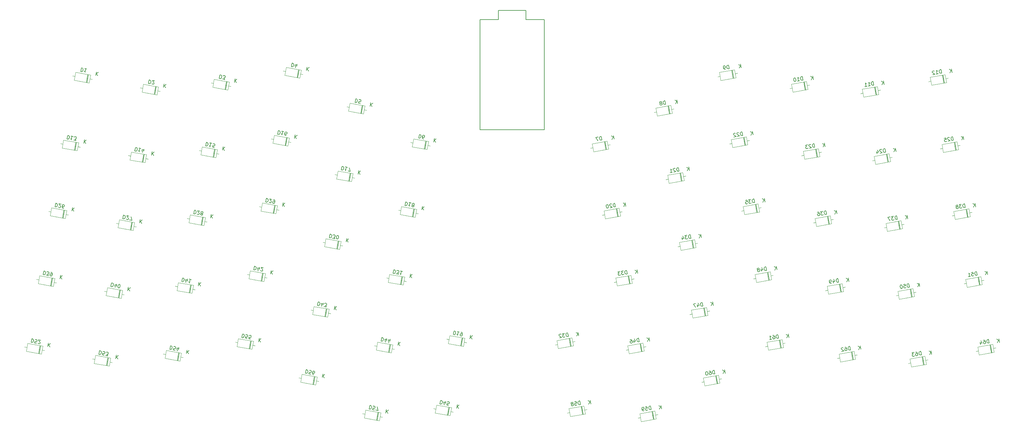
<source format=gbo>
%TF.GenerationSoftware,KiCad,Pcbnew,(6.0.8)*%
%TF.CreationDate,2023-03-16T04:40:49+07:00*%
%TF.ProjectId,test,74657374-2e6b-4696-9361-645f70636258,rev?*%
%TF.SameCoordinates,Original*%
%TF.FileFunction,Legend,Bot*%
%TF.FilePolarity,Positive*%
%FSLAX46Y46*%
G04 Gerber Fmt 4.6, Leading zero omitted, Abs format (unit mm)*
G04 Created by KiCad (PCBNEW (6.0.8)) date 2023-03-16 04:40:49*
%MOMM*%
%LPD*%
G01*
G04 APERTURE LIST*
G04 Aperture macros list*
%AMHorizOval*
0 Thick line with rounded ends*
0 $1 width*
0 $2 $3 position (X,Y) of the first rounded end (center of the circle)*
0 $4 $5 position (X,Y) of the second rounded end (center of the circle)*
0 Add line between two ends*
20,1,$1,$2,$3,$4,$5,0*
0 Add two circle primitives to create the rounded ends*
1,1,$1,$2,$3*
1,1,$1,$4,$5*%
%AMRotRect*
0 Rectangle, with rotation*
0 The origin of the aperture is its center*
0 $1 length*
0 $2 width*
0 $3 Rotation angle, in degrees counterclockwise*
0 Add horizontal line*
21,1,$1,$2,0,0,$3*%
G04 Aperture macros list end*
%ADD10C,0.150000*%
%ADD11C,0.120000*%
%ADD12C,1.750000*%
%ADD13C,3.000000*%
%ADD14C,3.987800*%
%ADD15RotRect,2.550000X2.500000X10.000000*%
%ADD16RotRect,2.550000X2.500000X350.000000*%
%ADD17R,1.600000X1.600000*%
%ADD18C,1.600000*%
%ADD19RotRect,1.600000X1.600000X190.000000*%
%ADD20HorizOval,1.600000X0.000000X0.000000X0.000000X0.000000X0*%
%ADD21RotRect,1.600000X1.600000X170.000000*%
%ADD22HorizOval,1.600000X0.000000X0.000000X0.000000X0.000000X0*%
G04 APERTURE END LIST*
D10*
%TO.C,D48*%
X468095057Y-322873639D02*
X467921408Y-321888832D01*
X467686930Y-321930176D01*
X467554513Y-322001879D01*
X467477259Y-322112208D01*
X467446902Y-322214268D01*
X467433082Y-322410120D01*
X467457889Y-322550806D01*
X467537860Y-322730120D01*
X467601294Y-322815642D01*
X467711623Y-322892895D01*
X467860579Y-322914984D01*
X468095057Y-322873639D01*
X466572423Y-322465170D02*
X466688188Y-323121708D01*
X466740749Y-322048660D02*
X467099262Y-322710749D01*
X466489619Y-322818246D01*
X465932422Y-322674726D02*
X466017945Y-322611293D01*
X466056571Y-322556128D01*
X466086929Y-322454068D01*
X466078660Y-322407172D01*
X466015226Y-322321650D01*
X465960062Y-322283023D01*
X465858002Y-322252666D01*
X465670419Y-322285742D01*
X465584897Y-322349175D01*
X465546270Y-322404340D01*
X465515913Y-322506400D01*
X465524182Y-322553296D01*
X465587615Y-322638818D01*
X465642780Y-322677444D01*
X465744840Y-322707802D01*
X465932422Y-322674726D01*
X466034483Y-322705084D01*
X466089647Y-322743711D01*
X466153081Y-322829233D01*
X466186156Y-323016815D01*
X466155799Y-323118875D01*
X466117172Y-323174040D01*
X466031650Y-323237474D01*
X465844067Y-323270549D01*
X465742007Y-323240192D01*
X465686843Y-323201565D01*
X465623409Y-323116043D01*
X465590333Y-322928460D01*
X465620691Y-322826400D01*
X465659318Y-322771236D01*
X465744840Y-322707802D01*
X470964829Y-322692557D02*
X470791181Y-321707750D01*
X470402082Y-322791785D02*
X470724915Y-322154617D01*
X470228434Y-321806977D02*
X470890409Y-322270497D01*
%TO.C,D32*%
X413285353Y-341146094D02*
X413111704Y-340161287D01*
X412877226Y-340202631D01*
X412744809Y-340274334D01*
X412667555Y-340384663D01*
X412637198Y-340486723D01*
X412623378Y-340682575D01*
X412648185Y-340823261D01*
X412728156Y-341002575D01*
X412791590Y-341088097D01*
X412901919Y-341165350D01*
X413050875Y-341187439D01*
X413285353Y-341146094D01*
X412220688Y-340318397D02*
X411611045Y-340425893D01*
X412005466Y-340743175D01*
X411864779Y-340767982D01*
X411779257Y-340831416D01*
X411740630Y-340886580D01*
X411710273Y-340988641D01*
X411751617Y-341223119D01*
X411815051Y-341308641D01*
X411870215Y-341347267D01*
X411972276Y-341377625D01*
X412253649Y-341328011D01*
X412339172Y-341264578D01*
X412377798Y-341209413D01*
X411252418Y-340585836D02*
X411197253Y-340547210D01*
X411095193Y-340516852D01*
X410860715Y-340558197D01*
X410775193Y-340621630D01*
X410736566Y-340676795D01*
X410706209Y-340778855D01*
X410722747Y-340872646D01*
X410794449Y-341005064D01*
X411456424Y-341468584D01*
X410846781Y-341576080D01*
X416155125Y-340965012D02*
X415981477Y-339980205D01*
X415592378Y-341064240D02*
X415915211Y-340427072D01*
X415418730Y-340079432D02*
X416080705Y-340542952D01*
%TO.C,D55*%
X323147959Y-340489112D02*
X322974310Y-341473919D01*
X323208789Y-341515264D01*
X323357744Y-341493176D01*
X323468073Y-341415922D01*
X323531507Y-341330400D01*
X323611478Y-341151087D01*
X323636285Y-341010400D01*
X323622466Y-340814548D01*
X323592108Y-340712488D01*
X323514855Y-340602159D01*
X323382437Y-340530457D01*
X323147959Y-340489112D01*
X324428074Y-341730257D02*
X323959118Y-341647568D01*
X323994912Y-341170343D01*
X324033539Y-341225507D01*
X324119061Y-341288941D01*
X324353539Y-341330286D01*
X324455599Y-341299928D01*
X324510764Y-341261301D01*
X324574197Y-341175779D01*
X324615542Y-340941301D01*
X324585185Y-340839241D01*
X324546558Y-340784076D01*
X324461036Y-340720643D01*
X324226558Y-340679298D01*
X324124497Y-340709656D01*
X324069333Y-340748282D01*
X325365986Y-341895636D02*
X324897030Y-341812947D01*
X324932824Y-341335722D01*
X324971451Y-341390886D01*
X325056973Y-341454320D01*
X325291451Y-341495665D01*
X325393511Y-341465307D01*
X325448676Y-341426680D01*
X325512110Y-341341158D01*
X325553454Y-341106680D01*
X325523097Y-341004620D01*
X325484470Y-340949455D01*
X325398948Y-340886022D01*
X325164470Y-340844677D01*
X325062410Y-340875035D01*
X325007245Y-340913661D01*
X327782421Y-341631229D02*
X327608773Y-342616037D01*
X328345168Y-341730456D02*
X327823880Y-342218783D01*
X328171520Y-342715264D02*
X327708000Y-342053289D01*
%TO.C,D17*%
X350674740Y-294081553D02*
X350501091Y-295066360D01*
X350735570Y-295107705D01*
X350884525Y-295085617D01*
X350994854Y-295008363D01*
X351058288Y-294922841D01*
X351138259Y-294743528D01*
X351163066Y-294602841D01*
X351149247Y-294406989D01*
X351118889Y-294304929D01*
X351041636Y-294194600D01*
X350909218Y-294122898D01*
X350674740Y-294081553D01*
X352175399Y-294346159D02*
X351612652Y-294246932D01*
X351894025Y-294296546D02*
X351720377Y-295281353D01*
X351651393Y-295124129D01*
X351574140Y-295013800D01*
X351488617Y-294950366D01*
X352330020Y-295388850D02*
X352986559Y-295504615D01*
X352738146Y-294445387D01*
X355309202Y-295223670D02*
X355135554Y-296208478D01*
X355871949Y-295322897D02*
X355350661Y-295811224D01*
X355698301Y-296307705D02*
X355234781Y-295645730D01*
%TO.C,D22*%
X461512142Y-285540070D02*
X461338493Y-284555263D01*
X461104015Y-284596607D01*
X460971598Y-284668310D01*
X460894344Y-284778639D01*
X460863987Y-284880699D01*
X460850167Y-285076551D01*
X460874974Y-285217237D01*
X460954945Y-285396551D01*
X461018379Y-285482073D01*
X461128708Y-285559326D01*
X461277664Y-285581415D01*
X461512142Y-285540070D01*
X460417119Y-284814433D02*
X460361955Y-284775806D01*
X460259894Y-284745449D01*
X460025416Y-284786793D01*
X459939894Y-284850227D01*
X459901268Y-284905392D01*
X459870910Y-285007452D01*
X459887448Y-285101243D01*
X459959150Y-285233661D01*
X460621125Y-285697181D01*
X460011482Y-285804677D01*
X459479207Y-284979812D02*
X459424042Y-284941186D01*
X459321982Y-284910828D01*
X459087504Y-284952173D01*
X459001982Y-285015606D01*
X458963355Y-285070771D01*
X458932998Y-285172831D01*
X458949536Y-285266622D01*
X459021238Y-285399040D01*
X459683213Y-285862560D01*
X459073570Y-285970056D01*
X464381914Y-285358988D02*
X464208266Y-284374181D01*
X463819167Y-285458216D02*
X464142000Y-284821048D01*
X463645519Y-284473408D02*
X464307494Y-284936928D01*
%TO.C,D57*%
X358353535Y-360237519D02*
X358179886Y-361222326D01*
X358414365Y-361263671D01*
X358563320Y-361241583D01*
X358673649Y-361164329D01*
X358737083Y-361078807D01*
X358817054Y-360899494D01*
X358841861Y-360758807D01*
X358828042Y-360562955D01*
X358797684Y-360460895D01*
X358720431Y-360350566D01*
X358588013Y-360278864D01*
X358353535Y-360237519D01*
X359633650Y-361478664D02*
X359164694Y-361395975D01*
X359200488Y-360918750D01*
X359239115Y-360973914D01*
X359324637Y-361037348D01*
X359559115Y-361078693D01*
X359661175Y-361048335D01*
X359716340Y-361009708D01*
X359779773Y-360924186D01*
X359821118Y-360689708D01*
X359790761Y-360587648D01*
X359752134Y-360532483D01*
X359666612Y-360469050D01*
X359432134Y-360427705D01*
X359330073Y-360458063D01*
X359274909Y-360496689D01*
X360008815Y-361544816D02*
X360665354Y-361660581D01*
X360416941Y-360601353D01*
X362987997Y-361379636D02*
X362814349Y-362364444D01*
X363550744Y-361478863D02*
X363029456Y-361967190D01*
X363377096Y-362463671D02*
X362913576Y-361801696D01*
%TO.C,D14*%
X293565978Y-288847707D02*
X293392329Y-289832514D01*
X293626808Y-289873859D01*
X293775763Y-289851771D01*
X293886092Y-289774517D01*
X293949526Y-289688995D01*
X294029497Y-289509682D01*
X294054304Y-289368995D01*
X294040485Y-289173143D01*
X294010127Y-289071083D01*
X293932874Y-288960754D01*
X293800456Y-288889052D01*
X293565978Y-288847707D01*
X295066637Y-289112313D02*
X294503890Y-289013086D01*
X294785263Y-289062700D02*
X294611615Y-290047507D01*
X294542631Y-289890283D01*
X294465378Y-289779954D01*
X294379855Y-289716520D01*
X295794993Y-289917693D02*
X295910758Y-289261155D01*
X295494363Y-290251513D02*
X295383919Y-289506734D01*
X295993562Y-289614231D01*
X298200440Y-289989824D02*
X298026792Y-290974632D01*
X298763187Y-290089051D02*
X298241899Y-290577378D01*
X298589539Y-291073859D02*
X298126019Y-290411884D01*
%TO.C,D18*%
X368277529Y-303955756D02*
X368103880Y-304940563D01*
X368338359Y-304981908D01*
X368487314Y-304959820D01*
X368597643Y-304882566D01*
X368661077Y-304797044D01*
X368741048Y-304617731D01*
X368765855Y-304477044D01*
X368752036Y-304281192D01*
X368721678Y-304179132D01*
X368644425Y-304068803D01*
X368512007Y-303997101D01*
X368277529Y-303955756D01*
X369778188Y-304220362D02*
X369215441Y-304121135D01*
X369496814Y-304170749D02*
X369323166Y-305155556D01*
X369254182Y-304998332D01*
X369176929Y-304888003D01*
X369091406Y-304824569D01*
X370241708Y-304882337D02*
X370139648Y-304912695D01*
X370084483Y-304951322D01*
X370021050Y-305036844D01*
X370012781Y-305083739D01*
X370043138Y-305185800D01*
X370081765Y-305240964D01*
X370167287Y-305304398D01*
X370354870Y-305337474D01*
X370456930Y-305307116D01*
X370512094Y-305268489D01*
X370575528Y-305182967D01*
X370583797Y-305136071D01*
X370553439Y-305034011D01*
X370514813Y-304978847D01*
X370429290Y-304915413D01*
X370241708Y-304882337D01*
X370156186Y-304818904D01*
X370117559Y-304763739D01*
X370087201Y-304661679D01*
X370120277Y-304474097D01*
X370183711Y-304388574D01*
X370238875Y-304349948D01*
X370340935Y-304319590D01*
X370528518Y-304352666D01*
X370614040Y-304416099D01*
X370652667Y-304471264D01*
X370683024Y-304573324D01*
X370649949Y-304760907D01*
X370586515Y-304846429D01*
X370531350Y-304885055D01*
X370429290Y-304915413D01*
X372911991Y-305097873D02*
X372738343Y-306082681D01*
X373474738Y-305197100D02*
X372953450Y-305685427D01*
X373301090Y-306181908D02*
X372837570Y-305519933D01*
%TO.C,D58*%
X416609891Y-360000485D02*
X416436242Y-359015678D01*
X416201764Y-359057022D01*
X416069347Y-359128725D01*
X415992093Y-359239054D01*
X415961736Y-359341114D01*
X415947916Y-359536966D01*
X415972723Y-359677652D01*
X416052694Y-359856966D01*
X416116128Y-359942488D01*
X416226457Y-360019741D01*
X416375413Y-360041830D01*
X416609891Y-360000485D01*
X414982479Y-359272015D02*
X415451435Y-359189326D01*
X415581020Y-359650013D01*
X415525855Y-359611386D01*
X415423795Y-359581028D01*
X415189317Y-359622373D01*
X415103795Y-359685807D01*
X415065168Y-359740971D01*
X415034811Y-359843032D01*
X415076155Y-360077510D01*
X415139589Y-360163032D01*
X415194753Y-360201658D01*
X415296814Y-360232016D01*
X415531292Y-360190671D01*
X415616814Y-360127238D01*
X415655441Y-360072073D01*
X414447256Y-359801572D02*
X414532779Y-359738139D01*
X414571405Y-359682974D01*
X414601763Y-359580914D01*
X414593494Y-359534018D01*
X414530060Y-359448496D01*
X414474896Y-359409869D01*
X414372836Y-359379512D01*
X414185253Y-359412588D01*
X414099731Y-359476021D01*
X414061104Y-359531186D01*
X414030747Y-359633246D01*
X414039016Y-359680142D01*
X414102449Y-359765664D01*
X414157614Y-359804290D01*
X414259674Y-359834648D01*
X414447256Y-359801572D01*
X414549317Y-359831930D01*
X414604481Y-359870557D01*
X414667915Y-359956079D01*
X414700990Y-360143661D01*
X414670633Y-360245721D01*
X414632006Y-360300886D01*
X414546484Y-360364320D01*
X414358901Y-360397395D01*
X414256841Y-360367038D01*
X414201677Y-360328411D01*
X414138243Y-360242889D01*
X414105167Y-360055306D01*
X414135525Y-359953246D01*
X414174152Y-359898082D01*
X414259674Y-359834648D01*
X419479663Y-359819403D02*
X419306015Y-358834596D01*
X418916916Y-359918631D02*
X419239749Y-359281463D01*
X418743268Y-358933823D02*
X419405243Y-359397343D01*
%TO.C,D19*%
X381621307Y-339650663D02*
X381447658Y-340635470D01*
X381682137Y-340676815D01*
X381831092Y-340654727D01*
X381941421Y-340577473D01*
X382004855Y-340491951D01*
X382084826Y-340312638D01*
X382109633Y-340171951D01*
X382095814Y-339976099D01*
X382065456Y-339874039D01*
X381988203Y-339763710D01*
X381855785Y-339692008D01*
X381621307Y-339650663D01*
X383121966Y-339915269D02*
X382559219Y-339816042D01*
X382840592Y-339865656D02*
X382666944Y-340850463D01*
X382597960Y-340693239D01*
X382520707Y-340582910D01*
X382435184Y-340519476D01*
X383590922Y-339997959D02*
X383778505Y-340031035D01*
X383864027Y-340094468D01*
X383902653Y-340149633D01*
X383971638Y-340306858D01*
X383985458Y-340502709D01*
X383919306Y-340877874D01*
X383855872Y-340963396D01*
X383800708Y-341002023D01*
X383698648Y-341032381D01*
X383511065Y-340999305D01*
X383425543Y-340935871D01*
X383386916Y-340880707D01*
X383356559Y-340778646D01*
X383397903Y-340544168D01*
X383461337Y-340458646D01*
X383516502Y-340420020D01*
X383618562Y-340389662D01*
X383806144Y-340422738D01*
X383891666Y-340486171D01*
X383930293Y-340541336D01*
X383960651Y-340643396D01*
X386255769Y-340792780D02*
X386082121Y-341777588D01*
X386818516Y-340892007D02*
X386297228Y-341380334D01*
X386644868Y-341876815D02*
X386181348Y-341214840D01*
%TO.C,D46*%
X432889480Y-342622046D02*
X432715831Y-341637239D01*
X432481353Y-341678583D01*
X432348936Y-341750286D01*
X432271682Y-341860615D01*
X432241325Y-341962675D01*
X432227505Y-342158527D01*
X432252312Y-342299213D01*
X432332283Y-342478527D01*
X432395717Y-342564049D01*
X432506046Y-342641302D01*
X432655002Y-342663391D01*
X432889480Y-342622046D01*
X431366846Y-342213577D02*
X431482611Y-342870115D01*
X431535172Y-341797067D02*
X431893685Y-342459156D01*
X431284042Y-342566653D01*
X430371051Y-342050687D02*
X430558634Y-342017611D01*
X430660694Y-342047968D01*
X430715858Y-342086595D01*
X430834456Y-342210744D01*
X430914428Y-342390057D01*
X430980579Y-342765222D01*
X430950222Y-342867282D01*
X430911595Y-342922447D01*
X430826073Y-342985881D01*
X430638490Y-343018956D01*
X430536430Y-342988599D01*
X430481266Y-342949972D01*
X430417832Y-342864450D01*
X430376487Y-342629972D01*
X430406845Y-342527912D01*
X430445472Y-342472747D01*
X430530994Y-342409313D01*
X430718576Y-342376238D01*
X430820637Y-342406595D01*
X430875801Y-342445222D01*
X430939235Y-342530744D01*
X435759252Y-342440964D02*
X435585604Y-341456157D01*
X435196505Y-342540192D02*
X435519338Y-341903024D01*
X435022857Y-341555384D02*
X435684832Y-342018904D01*
%TO.C,D41*%
X306537569Y-324986733D02*
X306363920Y-325971540D01*
X306598399Y-326012885D01*
X306747354Y-325990797D01*
X306857683Y-325913543D01*
X306921117Y-325828021D01*
X307001088Y-325648708D01*
X307025895Y-325508021D01*
X307012076Y-325312169D01*
X306981718Y-325210109D01*
X306904465Y-325099780D01*
X306772047Y-325028078D01*
X306537569Y-324986733D01*
X307828671Y-325891340D02*
X307944437Y-325234802D01*
X307528042Y-326225160D02*
X307417598Y-325480381D01*
X308027241Y-325587878D01*
X308976140Y-325416719D02*
X308413393Y-325317491D01*
X308694767Y-325367105D02*
X308521118Y-326351913D01*
X308452134Y-326194688D01*
X308374881Y-326084359D01*
X308289359Y-326020925D01*
X311172031Y-326128850D02*
X310998383Y-327113658D01*
X311734778Y-326228077D02*
X311213490Y-326716404D01*
X311561130Y-327212885D02*
X311097610Y-326550910D01*
%TO.C,D60*%
X453800266Y-351508430D02*
X453626617Y-350523623D01*
X453392139Y-350564967D01*
X453259722Y-350636670D01*
X453182468Y-350746999D01*
X453152111Y-350849059D01*
X453138291Y-351044911D01*
X453163098Y-351185597D01*
X453243069Y-351364911D01*
X453306503Y-351450433D01*
X453416832Y-351527686D01*
X453565788Y-351549775D01*
X453800266Y-351508430D01*
X452219749Y-350771691D02*
X452407332Y-350738615D01*
X452509392Y-350768973D01*
X452564556Y-350807600D01*
X452683154Y-350931749D01*
X452763126Y-351111062D01*
X452829278Y-351486227D01*
X452798920Y-351588287D01*
X452760293Y-351643452D01*
X452674771Y-351706885D01*
X452487189Y-351739961D01*
X452385128Y-351709603D01*
X452329964Y-351670977D01*
X452266530Y-351585455D01*
X452225186Y-351350977D01*
X452255543Y-351248916D01*
X452294170Y-351193752D01*
X452379692Y-351130318D01*
X452567275Y-351097242D01*
X452669335Y-351127600D01*
X452724499Y-351166227D01*
X452787933Y-351251749D01*
X451516315Y-350895726D02*
X451422524Y-350912264D01*
X451337002Y-350975697D01*
X451298375Y-351030862D01*
X451268017Y-351132922D01*
X451254198Y-351328773D01*
X451295542Y-351563251D01*
X451375514Y-351742565D01*
X451438947Y-351828087D01*
X451494112Y-351866714D01*
X451596172Y-351897071D01*
X451689963Y-351880534D01*
X451775486Y-351817100D01*
X451814112Y-351761935D01*
X451844470Y-351659875D01*
X451858290Y-351464024D01*
X451816945Y-351229546D01*
X451736973Y-351050232D01*
X451673540Y-350964710D01*
X451618375Y-350926083D01*
X451516315Y-350895726D01*
X456670038Y-351327348D02*
X456496390Y-350342541D01*
X456107291Y-351426576D02*
X456430124Y-350789408D01*
X455933643Y-350441768D02*
X456595618Y-350905288D01*
%TO.C,D47*%
X450492269Y-332747842D02*
X450318620Y-331763035D01*
X450084142Y-331804379D01*
X449951725Y-331876082D01*
X449874471Y-331986411D01*
X449844114Y-332088471D01*
X449830294Y-332284323D01*
X449855101Y-332425009D01*
X449935072Y-332604323D01*
X449998506Y-332689845D01*
X450108835Y-332767098D01*
X450257791Y-332789187D01*
X450492269Y-332747842D01*
X448969635Y-332339373D02*
X449085400Y-332995911D01*
X449137961Y-331922863D02*
X449496474Y-332584952D01*
X448886831Y-332692449D01*
X448489692Y-332085524D02*
X447833153Y-332201289D01*
X448428862Y-333111677D01*
X453362041Y-332566760D02*
X453188393Y-331581953D01*
X452799294Y-332665988D02*
X453122127Y-332028820D01*
X452625646Y-331681180D02*
X453287621Y-332144700D01*
%TO.C,D59*%
X436197478Y-361382634D02*
X436023829Y-360397827D01*
X435789351Y-360439171D01*
X435656934Y-360510874D01*
X435579680Y-360621203D01*
X435549323Y-360723263D01*
X435535503Y-360919115D01*
X435560310Y-361059801D01*
X435640281Y-361239115D01*
X435703715Y-361324637D01*
X435814044Y-361401890D01*
X435963000Y-361423979D01*
X436197478Y-361382634D01*
X434570066Y-360654164D02*
X435039022Y-360571475D01*
X435168607Y-361032162D01*
X435113442Y-360993535D01*
X435011382Y-360963177D01*
X434776904Y-361004522D01*
X434691382Y-361067956D01*
X434652755Y-361123120D01*
X434622398Y-361225181D01*
X434663742Y-361459659D01*
X434727176Y-361545181D01*
X434782340Y-361583807D01*
X434884401Y-361614165D01*
X435118879Y-361572820D01*
X435204401Y-361509387D01*
X435243028Y-361454222D01*
X434227862Y-361729931D02*
X434040280Y-361763006D01*
X433938220Y-361732649D01*
X433883055Y-361694022D01*
X433764457Y-361569873D01*
X433684485Y-361390560D01*
X433618334Y-361015395D01*
X433648691Y-360913335D01*
X433687318Y-360858170D01*
X433772840Y-360794737D01*
X433960423Y-360761661D01*
X434062483Y-360792018D01*
X434117647Y-360830645D01*
X434181081Y-360916167D01*
X434222426Y-361150645D01*
X434192068Y-361252706D01*
X434153441Y-361307870D01*
X434067919Y-361371304D01*
X433880337Y-361404380D01*
X433778277Y-361374022D01*
X433723112Y-361335395D01*
X433659679Y-361249873D01*
X439067250Y-361201552D02*
X438893602Y-360216745D01*
X438504503Y-361300780D02*
X438827336Y-360663612D01*
X438330855Y-360315972D02*
X438992830Y-360779492D01*
%TO.C,D51*%
X526361619Y-324205998D02*
X526187970Y-323221191D01*
X525953492Y-323262535D01*
X525821075Y-323334238D01*
X525743821Y-323444567D01*
X525713464Y-323546627D01*
X525699644Y-323742479D01*
X525724451Y-323883165D01*
X525804422Y-324062479D01*
X525867856Y-324148001D01*
X525978185Y-324225254D01*
X526127141Y-324247343D01*
X526361619Y-324205998D01*
X524734207Y-323477528D02*
X525203163Y-323394839D01*
X525332748Y-323855526D01*
X525277583Y-323816899D01*
X525175523Y-323786541D01*
X524941045Y-323827886D01*
X524855523Y-323891320D01*
X524816896Y-323946484D01*
X524786539Y-324048545D01*
X524827883Y-324283023D01*
X524891317Y-324368545D01*
X524946481Y-324407171D01*
X525048542Y-324437529D01*
X525283020Y-324396184D01*
X525368542Y-324332751D01*
X525407169Y-324277586D01*
X523923047Y-324635984D02*
X524485794Y-324536757D01*
X524204421Y-324586370D02*
X524030773Y-323601563D01*
X524149371Y-323725712D01*
X524259700Y-323802965D01*
X524361760Y-323833323D01*
X529231391Y-324024916D02*
X529057743Y-323040109D01*
X528668644Y-324124144D02*
X528991477Y-323486976D01*
X528494996Y-323139336D02*
X529156971Y-323602856D01*
%TO.C,D45*%
X377941123Y-358855369D02*
X377767474Y-359840176D01*
X378001953Y-359881521D01*
X378150908Y-359859433D01*
X378261237Y-359782179D01*
X378324671Y-359696657D01*
X378404642Y-359517344D01*
X378429449Y-359376657D01*
X378415630Y-359180805D01*
X378385272Y-359078745D01*
X378308019Y-358968416D01*
X378175601Y-358896714D01*
X377941123Y-358855369D01*
X379232225Y-359759976D02*
X379347991Y-359103438D01*
X378931596Y-360093796D02*
X378821152Y-359349017D01*
X379430795Y-359456514D01*
X380159150Y-360261893D02*
X379690194Y-360179204D01*
X379725988Y-359701979D01*
X379764615Y-359757143D01*
X379850137Y-359820577D01*
X380084615Y-359861922D01*
X380186675Y-359831564D01*
X380241840Y-359792937D01*
X380305274Y-359707415D01*
X380346618Y-359472937D01*
X380316261Y-359370877D01*
X380277634Y-359315712D01*
X380192112Y-359252279D01*
X379957634Y-359210934D01*
X379855574Y-359241292D01*
X379800409Y-359279918D01*
X382575585Y-359997486D02*
X382401937Y-360982294D01*
X383138332Y-360096713D02*
X382617044Y-360585040D01*
X382964684Y-361081521D02*
X382501164Y-360419546D01*
%TO.C,D49*%
X488013444Y-326131847D02*
X487839795Y-325147040D01*
X487605317Y-325188384D01*
X487472900Y-325260087D01*
X487395646Y-325370416D01*
X487365289Y-325472476D01*
X487351469Y-325668328D01*
X487376276Y-325809014D01*
X487456247Y-325988328D01*
X487519681Y-326073850D01*
X487630010Y-326151103D01*
X487778966Y-326173192D01*
X488013444Y-326131847D01*
X486490810Y-325723378D02*
X486606575Y-326379916D01*
X486659136Y-325306868D02*
X487017649Y-325968957D01*
X486408006Y-326076454D01*
X486043828Y-326479144D02*
X485856246Y-326512219D01*
X485754186Y-326481862D01*
X485699021Y-326443235D01*
X485580423Y-326319086D01*
X485500451Y-326139773D01*
X485434300Y-325764608D01*
X485464657Y-325662548D01*
X485503284Y-325607383D01*
X485588806Y-325543950D01*
X485776389Y-325510874D01*
X485878449Y-325541231D01*
X485933613Y-325579858D01*
X485997047Y-325665380D01*
X486038392Y-325899858D01*
X486008034Y-326001919D01*
X485969407Y-326057083D01*
X485883885Y-326120517D01*
X485696303Y-326153593D01*
X485594243Y-326123235D01*
X485539078Y-326084608D01*
X485475645Y-325999086D01*
X490883216Y-325950765D02*
X490709568Y-324965958D01*
X490320469Y-326049993D02*
X490643302Y-325412825D01*
X490146821Y-325065185D02*
X490808796Y-325528705D01*
%TO.C,D35*%
X464787060Y-304113052D02*
X464613411Y-303128245D01*
X464378933Y-303169589D01*
X464246516Y-303241292D01*
X464169262Y-303351621D01*
X464138905Y-303453681D01*
X464125085Y-303649533D01*
X464149892Y-303790219D01*
X464229863Y-303969533D01*
X464293297Y-304055055D01*
X464403626Y-304132308D01*
X464552582Y-304154397D01*
X464787060Y-304113052D01*
X463722395Y-303285355D02*
X463112752Y-303392851D01*
X463507173Y-303710133D01*
X463366486Y-303734940D01*
X463280964Y-303798374D01*
X463242337Y-303853538D01*
X463211980Y-303955599D01*
X463253324Y-304190077D01*
X463316758Y-304275599D01*
X463371922Y-304314225D01*
X463473983Y-304344583D01*
X463755356Y-304294969D01*
X463840879Y-304231536D01*
X463879505Y-304176371D01*
X462221735Y-303549962D02*
X462690692Y-303467272D01*
X462820277Y-303927959D01*
X462765112Y-303889332D01*
X462663052Y-303858975D01*
X462428574Y-303900319D01*
X462343052Y-303963753D01*
X462304425Y-304018918D01*
X462274067Y-304120978D01*
X462315412Y-304355456D01*
X462378846Y-304440978D01*
X462434010Y-304479605D01*
X462536070Y-304509962D01*
X462770549Y-304468618D01*
X462856071Y-304405184D01*
X462894697Y-304350019D01*
X467656832Y-303931970D02*
X467483184Y-302947163D01*
X467094085Y-304031198D02*
X467416918Y-303394030D01*
X466920437Y-303046390D02*
X467582412Y-303509910D01*
%TO.C,D50*%
X507601031Y-327513996D02*
X507427382Y-326529189D01*
X507192904Y-326570533D01*
X507060487Y-326642236D01*
X506983233Y-326752565D01*
X506952876Y-326854625D01*
X506939056Y-327050477D01*
X506963863Y-327191163D01*
X507043834Y-327370477D01*
X507107268Y-327455999D01*
X507217597Y-327533252D01*
X507366553Y-327555341D01*
X507601031Y-327513996D01*
X505973619Y-326785526D02*
X506442575Y-326702837D01*
X506572160Y-327163524D01*
X506516995Y-327124897D01*
X506414935Y-327094539D01*
X506180457Y-327135884D01*
X506094935Y-327199318D01*
X506056308Y-327254482D01*
X506025951Y-327356543D01*
X506067295Y-327591021D01*
X506130729Y-327676543D01*
X506185893Y-327715169D01*
X506287954Y-327745527D01*
X506522432Y-327704182D01*
X506607954Y-327640749D01*
X506646581Y-327585584D01*
X505317080Y-326901292D02*
X505223289Y-326917830D01*
X505137767Y-326981263D01*
X505099140Y-327036428D01*
X505068782Y-327138488D01*
X505054963Y-327334339D01*
X505096307Y-327568817D01*
X505176279Y-327748131D01*
X505239712Y-327833653D01*
X505294877Y-327872280D01*
X505396937Y-327902637D01*
X505490728Y-327886100D01*
X505576251Y-327822666D01*
X505614877Y-327767501D01*
X505645235Y-327665441D01*
X505659055Y-327469590D01*
X505617710Y-327235112D01*
X505537738Y-327055798D01*
X505474305Y-326970276D01*
X505419140Y-326931649D01*
X505317080Y-326901292D01*
X510470803Y-327332914D02*
X510297155Y-326348107D01*
X509908056Y-327432142D02*
X510230889Y-326794974D01*
X509734408Y-326447334D02*
X510396383Y-326910854D01*
%TO.C,D31*%
X364969531Y-322716344D02*
X364795882Y-323701151D01*
X365030361Y-323742496D01*
X365179316Y-323720408D01*
X365289645Y-323643154D01*
X365353079Y-323557632D01*
X365433050Y-323378319D01*
X365457857Y-323237632D01*
X365444038Y-323041780D01*
X365413680Y-322939720D01*
X365336427Y-322829391D01*
X365204009Y-322757689D01*
X364969531Y-322716344D01*
X365686899Y-323858262D02*
X366296542Y-323965758D01*
X366034424Y-323532711D01*
X366175111Y-323557518D01*
X366277171Y-323527160D01*
X366332336Y-323488533D01*
X366395769Y-323403011D01*
X366437114Y-323168533D01*
X366406757Y-323066473D01*
X366368130Y-323011308D01*
X366282608Y-322947875D01*
X366001234Y-322898261D01*
X365899174Y-322928619D01*
X365844009Y-322967245D01*
X367408102Y-323146330D02*
X366845355Y-323047102D01*
X367126729Y-323096716D02*
X366953080Y-324081524D01*
X366884096Y-323924299D01*
X366806843Y-323813970D01*
X366721321Y-323750536D01*
X369603993Y-323858461D02*
X369430345Y-324843269D01*
X370166740Y-323957688D02*
X369645452Y-324446015D01*
X369993092Y-324942496D02*
X369529572Y-324280521D01*
%TO.C,D37*%
X504293034Y-308753409D02*
X504119385Y-307768602D01*
X503884907Y-307809946D01*
X503752490Y-307881649D01*
X503675236Y-307991978D01*
X503644879Y-308094038D01*
X503631059Y-308289890D01*
X503655866Y-308430576D01*
X503735837Y-308609890D01*
X503799271Y-308695412D01*
X503909600Y-308772665D01*
X504058556Y-308794754D01*
X504293034Y-308753409D01*
X503228369Y-307925712D02*
X502618726Y-308033208D01*
X503013147Y-308350490D01*
X502872460Y-308375297D01*
X502786938Y-308438731D01*
X502748311Y-308493895D01*
X502717954Y-308595956D01*
X502759298Y-308830434D01*
X502822732Y-308915956D01*
X502877896Y-308954582D01*
X502979957Y-308984940D01*
X503261330Y-308935326D01*
X503346853Y-308871893D01*
X503385479Y-308816728D01*
X502290457Y-308091091D02*
X501633918Y-308206856D01*
X502229627Y-309117244D01*
X507162806Y-308572327D02*
X506989158Y-307587520D01*
X506600059Y-308671555D02*
X506922892Y-308034387D01*
X506426411Y-307686747D02*
X507088386Y-308150267D01*
%TO.C,D2*%
X297342931Y-270169808D02*
X297169283Y-271154616D01*
X297403761Y-271195961D01*
X297552716Y-271173872D01*
X297663045Y-271096619D01*
X297726479Y-271011097D01*
X297806450Y-270831783D01*
X297831257Y-270691096D01*
X297817438Y-270495245D01*
X297787080Y-270393185D01*
X297709827Y-270282856D01*
X297577409Y-270211153D01*
X297342931Y-270169808D01*
X298123733Y-271226204D02*
X298162359Y-271281369D01*
X298247882Y-271344802D01*
X298482360Y-271386147D01*
X298584420Y-271355789D01*
X298639584Y-271317163D01*
X298703018Y-271231640D01*
X298719556Y-271137849D01*
X298697467Y-270988893D01*
X298233947Y-270326919D01*
X298843590Y-270434415D01*
X301508437Y-271229236D02*
X301334789Y-272214044D01*
X302071184Y-271328463D02*
X301549896Y-271816790D01*
X301897536Y-272313271D02*
X301434016Y-271651296D01*
%TO.C,D12*%
X516503786Y-268299448D02*
X516330137Y-267314641D01*
X516095659Y-267355985D01*
X515963242Y-267427688D01*
X515885988Y-267538017D01*
X515855631Y-267640077D01*
X515841811Y-267835929D01*
X515866618Y-267976615D01*
X515946589Y-268155929D01*
X516010023Y-268241451D01*
X516120352Y-268318704D01*
X516269308Y-268340793D01*
X516503786Y-268299448D01*
X515003126Y-268564055D02*
X515565873Y-268464827D01*
X515284500Y-268514441D02*
X515110852Y-267529633D01*
X515229450Y-267653782D01*
X515339779Y-267731036D01*
X515441839Y-267761393D01*
X514470851Y-267739190D02*
X514415686Y-267700564D01*
X514313626Y-267670206D01*
X514079148Y-267711551D01*
X513993626Y-267774984D01*
X513954999Y-267830149D01*
X513924642Y-267932209D01*
X513941180Y-268026000D01*
X514012882Y-268158418D01*
X514674857Y-268621938D01*
X514065214Y-268729434D01*
X519373558Y-268118366D02*
X519199910Y-267133559D01*
X518810811Y-268217594D02*
X519133644Y-267580426D01*
X518637163Y-267232786D02*
X519299138Y-267696306D01*
%TO.C,D63*%
X510909029Y-346274584D02*
X510735380Y-345289777D01*
X510500902Y-345331121D01*
X510368485Y-345402824D01*
X510291231Y-345513153D01*
X510260874Y-345615213D01*
X510247054Y-345811065D01*
X510271861Y-345951751D01*
X510351832Y-346131065D01*
X510415266Y-346216587D01*
X510525595Y-346293840D01*
X510674551Y-346315929D01*
X510909029Y-346274584D01*
X509328512Y-345537845D02*
X509516095Y-345504769D01*
X509618155Y-345535127D01*
X509673319Y-345573754D01*
X509791917Y-345697903D01*
X509871889Y-345877216D01*
X509938041Y-346252381D01*
X509907683Y-346354441D01*
X509869056Y-346409606D01*
X509783534Y-346473039D01*
X509595952Y-346506115D01*
X509493891Y-346475757D01*
X509438727Y-346437131D01*
X509375293Y-346351609D01*
X509333949Y-346117131D01*
X509364306Y-346015070D01*
X509402933Y-345959906D01*
X509488455Y-345896472D01*
X509676038Y-345863396D01*
X509778098Y-345893754D01*
X509833262Y-345932381D01*
X509896696Y-346017903D01*
X508906452Y-345612266D02*
X508296809Y-345719762D01*
X508691230Y-346037045D01*
X508550543Y-346061851D01*
X508465021Y-346125285D01*
X508426394Y-346180450D01*
X508396036Y-346282510D01*
X508437381Y-346516988D01*
X508500815Y-346602510D01*
X508555979Y-346641137D01*
X508658039Y-346671494D01*
X508939413Y-346621881D01*
X509024935Y-346558447D01*
X509063562Y-346503283D01*
X513778801Y-346093502D02*
X513605153Y-345108695D01*
X513216054Y-346192730D02*
X513538887Y-345555562D01*
X513042406Y-345207922D02*
X513704381Y-345671442D01*
%TO.C,D20*%
X426306565Y-305288477D02*
X426132916Y-304303670D01*
X425898438Y-304345014D01*
X425766021Y-304416717D01*
X425688767Y-304527046D01*
X425658410Y-304629106D01*
X425644590Y-304824958D01*
X425669397Y-304965644D01*
X425749368Y-305144958D01*
X425812802Y-305230480D01*
X425923131Y-305307733D01*
X426072087Y-305329822D01*
X426306565Y-305288477D01*
X425211542Y-304562840D02*
X425156378Y-304524213D01*
X425054317Y-304493856D01*
X424819839Y-304535200D01*
X424734317Y-304598634D01*
X424695691Y-304653799D01*
X424665333Y-304755859D01*
X424681871Y-304849650D01*
X424753573Y-304982068D01*
X425415548Y-305445588D01*
X424805905Y-305553084D01*
X424022614Y-304675773D02*
X423928823Y-304692311D01*
X423843301Y-304755744D01*
X423804674Y-304810909D01*
X423774316Y-304912969D01*
X423760497Y-305108820D01*
X423801841Y-305343298D01*
X423881813Y-305522612D01*
X423945246Y-305608134D01*
X424000411Y-305646761D01*
X424102471Y-305677118D01*
X424196262Y-305660581D01*
X424281785Y-305597147D01*
X424320411Y-305541982D01*
X424350769Y-305439922D01*
X424364589Y-305244071D01*
X424323244Y-305009593D01*
X424243272Y-304830279D01*
X424179839Y-304744757D01*
X424124674Y-304706130D01*
X424022614Y-304675773D01*
X429176337Y-305107395D02*
X429002689Y-304122588D01*
X428613590Y-305206623D02*
X428936423Y-304569455D01*
X428439942Y-304221815D02*
X429101917Y-304685335D01*
%TO.C,D24*%
X501018116Y-290180428D02*
X500844467Y-289195621D01*
X500609989Y-289236965D01*
X500477572Y-289308668D01*
X500400318Y-289418997D01*
X500369961Y-289521057D01*
X500356141Y-289716909D01*
X500380948Y-289857595D01*
X500460919Y-290036909D01*
X500524353Y-290122431D01*
X500634682Y-290199684D01*
X500783638Y-290221773D01*
X501018116Y-290180428D01*
X499923093Y-289454791D02*
X499867929Y-289416164D01*
X499765868Y-289385807D01*
X499531390Y-289427151D01*
X499445868Y-289490585D01*
X499407242Y-289545750D01*
X499376884Y-289647810D01*
X499393422Y-289741601D01*
X499465124Y-289874019D01*
X500127099Y-290337539D01*
X499517456Y-290445035D01*
X498557570Y-289937338D02*
X498673335Y-290593876D01*
X498725896Y-289520828D02*
X499084409Y-290182917D01*
X498474766Y-290290414D01*
X503887888Y-289999346D02*
X503714240Y-289014539D01*
X503325141Y-290098574D02*
X503647974Y-289461406D01*
X503151493Y-289113766D02*
X503813468Y-289577286D01*
%TO.C,D27*%
X290257980Y-307608294D02*
X290084331Y-308593101D01*
X290318810Y-308634446D01*
X290467765Y-308612358D01*
X290578094Y-308535104D01*
X290641528Y-308449582D01*
X290721499Y-308270269D01*
X290746306Y-308129582D01*
X290732487Y-307933730D01*
X290702129Y-307831670D01*
X290624876Y-307721341D01*
X290492458Y-307649639D01*
X290257980Y-307608294D01*
X291038782Y-308664689D02*
X291077408Y-308719854D01*
X291162930Y-308783288D01*
X291397408Y-308824632D01*
X291499469Y-308794275D01*
X291554633Y-308755648D01*
X291618067Y-308670126D01*
X291634605Y-308576335D01*
X291612516Y-308427379D01*
X291148996Y-307765404D01*
X291758639Y-307872900D01*
X291913260Y-308915591D02*
X292569799Y-309031356D01*
X292321386Y-307972128D01*
X294892442Y-308750411D02*
X294718794Y-309735219D01*
X295455189Y-308849638D02*
X294933901Y-309337965D01*
X295281541Y-309834446D02*
X294818021Y-309172471D01*
%TO.C,D52*%
X264881397Y-341821471D02*
X264707748Y-342806278D01*
X264942227Y-342847623D01*
X265091182Y-342825535D01*
X265201511Y-342748281D01*
X265264945Y-342662759D01*
X265344916Y-342483446D01*
X265369723Y-342342759D01*
X265355904Y-342146907D01*
X265325546Y-342044847D01*
X265248293Y-341934518D01*
X265115875Y-341862816D01*
X264881397Y-341821471D01*
X266161512Y-343062616D02*
X265692556Y-342979927D01*
X265728350Y-342502702D01*
X265766977Y-342557866D01*
X265852499Y-342621300D01*
X266086977Y-342662645D01*
X266189037Y-342632287D01*
X266244202Y-342593660D01*
X266307635Y-342508138D01*
X266348980Y-342273660D01*
X266318623Y-342171600D01*
X266279996Y-342116435D01*
X266194474Y-342053002D01*
X265959996Y-342011657D01*
X265857935Y-342042015D01*
X265802771Y-342080641D01*
X266600111Y-343043246D02*
X266638737Y-343098410D01*
X266724260Y-343161844D01*
X266958738Y-343203189D01*
X267060798Y-343172831D01*
X267115962Y-343134204D01*
X267179396Y-343048682D01*
X267195934Y-342954891D01*
X267173845Y-342805935D01*
X266710325Y-342143960D01*
X267319968Y-342251457D01*
X269515859Y-342963588D02*
X269342211Y-343948396D01*
X270078606Y-343062815D02*
X269557318Y-343551142D01*
X269904958Y-344047623D02*
X269441438Y-343385648D01*
%TO.C,D9*%
X457768268Y-267049779D02*
X457594619Y-266064971D01*
X457360141Y-266106316D01*
X457227723Y-266178018D01*
X457150470Y-266288348D01*
X457120112Y-266390408D01*
X457106293Y-266586259D01*
X457131100Y-266726946D01*
X457211071Y-266906259D01*
X457274505Y-266991782D01*
X457384834Y-267069035D01*
X457533790Y-267091124D01*
X457768268Y-267049779D01*
X456736564Y-267231696D02*
X456548982Y-267264772D01*
X456446922Y-267234414D01*
X456391757Y-267195788D01*
X456273159Y-267071639D01*
X456193187Y-266892325D01*
X456127036Y-266517160D01*
X456157393Y-266415100D01*
X456196020Y-266359936D01*
X456281542Y-266296502D01*
X456469125Y-266263426D01*
X456571185Y-266293784D01*
X456626350Y-266332411D01*
X456689783Y-266417933D01*
X456731128Y-266652411D01*
X456700770Y-266754471D01*
X456662144Y-266809636D01*
X456576621Y-266873069D01*
X456389039Y-266906145D01*
X456286979Y-266875787D01*
X456231814Y-266837161D01*
X456168381Y-266751638D01*
X461106996Y-266786007D02*
X460933348Y-265801200D01*
X460544249Y-266885235D02*
X460867082Y-266248067D01*
X460370601Y-265900427D02*
X461032576Y-266363947D01*
%TO.C,D3*%
X316930519Y-268787659D02*
X316756871Y-269772467D01*
X316991349Y-269813812D01*
X317140304Y-269791723D01*
X317250633Y-269714470D01*
X317314067Y-269628948D01*
X317394038Y-269449634D01*
X317418845Y-269308947D01*
X317405026Y-269113096D01*
X317374668Y-269011036D01*
X317297415Y-268900707D01*
X317164997Y-268829004D01*
X316930519Y-268787659D01*
X317647887Y-269929577D02*
X318257530Y-270037074D01*
X317995412Y-269604026D01*
X318136099Y-269628833D01*
X318238159Y-269598475D01*
X318293324Y-269559849D01*
X318356758Y-269474327D01*
X318398102Y-269239849D01*
X318367745Y-269137788D01*
X318329118Y-269082624D01*
X318243596Y-269019190D01*
X317962222Y-268969576D01*
X317860162Y-268999934D01*
X317804997Y-269038561D01*
X321096025Y-269847087D02*
X320922377Y-270831895D01*
X321658772Y-269946314D02*
X321137484Y-270434641D01*
X321485124Y-270931122D02*
X321021604Y-270269147D01*
%TO.C,D25*%
X519778703Y-286872430D02*
X519605054Y-285887623D01*
X519370576Y-285928967D01*
X519238159Y-286000670D01*
X519160905Y-286110999D01*
X519130548Y-286213059D01*
X519116728Y-286408911D01*
X519141535Y-286549597D01*
X519221506Y-286728911D01*
X519284940Y-286814433D01*
X519395269Y-286891686D01*
X519544225Y-286913775D01*
X519778703Y-286872430D01*
X518683680Y-286146793D02*
X518628516Y-286108166D01*
X518526455Y-286077809D01*
X518291977Y-286119153D01*
X518206455Y-286182587D01*
X518167829Y-286237752D01*
X518137471Y-286339812D01*
X518154009Y-286433603D01*
X518225711Y-286566021D01*
X518887686Y-287029541D01*
X518278043Y-287137037D01*
X517213378Y-286309340D02*
X517682335Y-286226650D01*
X517811920Y-286687337D01*
X517756755Y-286648710D01*
X517654695Y-286618353D01*
X517420217Y-286659697D01*
X517334695Y-286723131D01*
X517296068Y-286778296D01*
X517265710Y-286880356D01*
X517307055Y-287114834D01*
X517370489Y-287200356D01*
X517425653Y-287238983D01*
X517527713Y-287269340D01*
X517762192Y-287227996D01*
X517847714Y-287164562D01*
X517886340Y-287109397D01*
X522648475Y-286691348D02*
X522474827Y-285706541D01*
X522085728Y-286790576D02*
X522408561Y-286153408D01*
X521912080Y-285805768D02*
X522574055Y-286269288D01*
%TO.C,D33*%
X429581483Y-323861459D02*
X429407834Y-322876652D01*
X429173356Y-322917996D01*
X429040939Y-322989699D01*
X428963685Y-323100028D01*
X428933328Y-323202088D01*
X428919508Y-323397940D01*
X428944315Y-323538626D01*
X429024286Y-323717940D01*
X429087720Y-323803462D01*
X429198049Y-323880715D01*
X429347005Y-323902804D01*
X429581483Y-323861459D01*
X428516818Y-323033762D02*
X427907175Y-323141258D01*
X428301596Y-323458540D01*
X428160909Y-323483347D01*
X428075387Y-323546781D01*
X428036760Y-323601945D01*
X428006403Y-323704006D01*
X428047747Y-323938484D01*
X428111181Y-324024006D01*
X428166345Y-324062632D01*
X428268406Y-324092990D01*
X428549779Y-324043376D01*
X428635302Y-323979943D01*
X428673928Y-323924778D01*
X427578906Y-323199141D02*
X426969263Y-323306637D01*
X427363684Y-323623920D01*
X427222997Y-323648726D01*
X427137475Y-323712160D01*
X427098848Y-323767325D01*
X427068490Y-323869385D01*
X427109835Y-324103863D01*
X427173269Y-324189385D01*
X427228433Y-324228012D01*
X427330493Y-324258369D01*
X427611867Y-324208756D01*
X427697389Y-324145322D01*
X427736016Y-324090158D01*
X432451255Y-323680377D02*
X432277607Y-322695570D01*
X431888508Y-323779605D02*
X432211341Y-323142437D01*
X431714860Y-322794797D02*
X432376835Y-323258317D01*
%TO.C,D15*%
X313153565Y-287465557D02*
X312979916Y-288450364D01*
X313214395Y-288491709D01*
X313363350Y-288469621D01*
X313473679Y-288392367D01*
X313537113Y-288306845D01*
X313617084Y-288127532D01*
X313641891Y-287986845D01*
X313628072Y-287790993D01*
X313597714Y-287688933D01*
X313520461Y-287578604D01*
X313388043Y-287506902D01*
X313153565Y-287465557D01*
X314654224Y-287730163D02*
X314091477Y-287630936D01*
X314372850Y-287680550D02*
X314199202Y-288665357D01*
X314130218Y-288508133D01*
X314052965Y-288397804D01*
X313967442Y-288334370D01*
X315371592Y-288872081D02*
X314902636Y-288789392D01*
X314938430Y-288312167D01*
X314977057Y-288367331D01*
X315062579Y-288430765D01*
X315297057Y-288472110D01*
X315399117Y-288441752D01*
X315454282Y-288403125D01*
X315517716Y-288317603D01*
X315559060Y-288083125D01*
X315528703Y-287981065D01*
X315490076Y-287925900D01*
X315404554Y-287862467D01*
X315170076Y-287821122D01*
X315068016Y-287851480D01*
X315012851Y-287890106D01*
X317788027Y-288607674D02*
X317614379Y-289592482D01*
X318350774Y-288706901D02*
X317829486Y-289195228D01*
X318177126Y-289691709D02*
X317713606Y-289029734D01*
%TO.C,D28*%
X309845567Y-306226145D02*
X309671918Y-307210952D01*
X309906397Y-307252297D01*
X310055352Y-307230209D01*
X310165681Y-307152955D01*
X310229115Y-307067433D01*
X310309086Y-306888120D01*
X310333893Y-306747433D01*
X310320074Y-306551581D01*
X310289716Y-306449521D01*
X310212463Y-306339192D01*
X310080045Y-306267490D01*
X309845567Y-306226145D01*
X310626369Y-307282540D02*
X310664995Y-307337705D01*
X310750517Y-307401139D01*
X310984995Y-307442483D01*
X311087056Y-307412126D01*
X311142220Y-307373499D01*
X311205654Y-307287977D01*
X311222192Y-307194186D01*
X311200103Y-307045230D01*
X310736583Y-306383255D01*
X311346226Y-306490751D01*
X311809746Y-307152726D02*
X311707686Y-307183084D01*
X311652521Y-307221711D01*
X311589088Y-307307233D01*
X311580819Y-307354128D01*
X311611176Y-307456189D01*
X311649803Y-307511353D01*
X311735325Y-307574787D01*
X311922908Y-307607863D01*
X312024968Y-307577505D01*
X312080132Y-307538878D01*
X312143566Y-307453356D01*
X312151835Y-307406460D01*
X312121477Y-307304400D01*
X312082851Y-307249236D01*
X311997328Y-307185802D01*
X311809746Y-307152726D01*
X311724224Y-307089293D01*
X311685597Y-307034128D01*
X311655239Y-306932068D01*
X311688315Y-306744486D01*
X311751749Y-306658963D01*
X311806913Y-306620337D01*
X311908973Y-306589979D01*
X312096556Y-306623055D01*
X312182078Y-306686488D01*
X312220705Y-306741653D01*
X312251062Y-306843713D01*
X312217987Y-307031296D01*
X312154553Y-307116818D01*
X312099388Y-307155444D01*
X311997328Y-307185802D01*
X314480029Y-307368262D02*
X314306381Y-308353070D01*
X315042776Y-307467489D02*
X314521488Y-307955816D01*
X314869128Y-308452297D02*
X314405608Y-307790322D01*
%TO.C,D29*%
X329763954Y-302967937D02*
X329590305Y-303952744D01*
X329824784Y-303994089D01*
X329973739Y-303972001D01*
X330084068Y-303894747D01*
X330147502Y-303809225D01*
X330227473Y-303629912D01*
X330252280Y-303489225D01*
X330238461Y-303293373D01*
X330208103Y-303191313D01*
X330130850Y-303080984D01*
X329998432Y-303009282D01*
X329763954Y-302967937D01*
X330544756Y-304024332D02*
X330583382Y-304079497D01*
X330668904Y-304142931D01*
X330903382Y-304184275D01*
X331005443Y-304153918D01*
X331060607Y-304115291D01*
X331124041Y-304029769D01*
X331140579Y-303935978D01*
X331118490Y-303787022D01*
X330654970Y-303125047D01*
X331264613Y-303232543D01*
X331733569Y-303315233D02*
X331921152Y-303348309D01*
X332006674Y-303411742D01*
X332045300Y-303466907D01*
X332114285Y-303624132D01*
X332128105Y-303819983D01*
X332061953Y-304195148D01*
X331998519Y-304280670D01*
X331943355Y-304319297D01*
X331841295Y-304349655D01*
X331653712Y-304316579D01*
X331568190Y-304253145D01*
X331529563Y-304197981D01*
X331499206Y-304095920D01*
X331540550Y-303861442D01*
X331603984Y-303775920D01*
X331659149Y-303737294D01*
X331761209Y-303706936D01*
X331948791Y-303740012D01*
X332034313Y-303803445D01*
X332072940Y-303858610D01*
X332103298Y-303960670D01*
X334398416Y-304110054D02*
X334224768Y-305094862D01*
X334961163Y-304209281D02*
X334439875Y-304697608D01*
X334787515Y-305194089D02*
X334323995Y-304532114D01*
%TO.C,D38*%
X523053621Y-305445412D02*
X522879972Y-304460605D01*
X522645494Y-304501949D01*
X522513077Y-304573652D01*
X522435823Y-304683981D01*
X522405466Y-304786041D01*
X522391646Y-304981893D01*
X522416453Y-305122579D01*
X522496424Y-305301893D01*
X522559858Y-305387415D01*
X522670187Y-305464668D01*
X522819143Y-305486757D01*
X523053621Y-305445412D01*
X521988956Y-304617715D02*
X521379313Y-304725211D01*
X521773734Y-305042493D01*
X521633047Y-305067300D01*
X521547525Y-305130734D01*
X521508898Y-305185898D01*
X521478541Y-305287959D01*
X521519885Y-305522437D01*
X521583319Y-305607959D01*
X521638483Y-305646585D01*
X521740544Y-305676943D01*
X522021917Y-305627329D01*
X522107440Y-305563896D01*
X522146066Y-305508731D01*
X520890986Y-305246499D02*
X520976509Y-305183066D01*
X521015135Y-305127901D01*
X521045493Y-305025841D01*
X521037224Y-304978945D01*
X520973790Y-304893423D01*
X520918626Y-304854796D01*
X520816566Y-304824439D01*
X520628983Y-304857515D01*
X520543461Y-304920948D01*
X520504834Y-304976113D01*
X520474477Y-305078173D01*
X520482746Y-305125069D01*
X520546179Y-305210591D01*
X520601344Y-305249217D01*
X520703404Y-305279575D01*
X520890986Y-305246499D01*
X520993047Y-305276857D01*
X521048211Y-305315484D01*
X521111645Y-305401006D01*
X521144720Y-305588588D01*
X521114363Y-305690648D01*
X521075736Y-305745813D01*
X520990214Y-305809247D01*
X520802631Y-305842322D01*
X520700571Y-305811965D01*
X520645407Y-305773338D01*
X520581973Y-305687816D01*
X520548897Y-305500233D01*
X520579255Y-305398173D01*
X520617882Y-305343009D01*
X520703404Y-305279575D01*
X525923393Y-305264330D02*
X525749745Y-304279523D01*
X525360646Y-305363558D02*
X525683479Y-304726390D01*
X525186998Y-304378750D02*
X525848973Y-304842270D01*
%TO.C,D23*%
X481430529Y-288798278D02*
X481256880Y-287813471D01*
X481022402Y-287854815D01*
X480889985Y-287926518D01*
X480812731Y-288036847D01*
X480782374Y-288138907D01*
X480768554Y-288334759D01*
X480793361Y-288475445D01*
X480873332Y-288654759D01*
X480936766Y-288740281D01*
X481047095Y-288817534D01*
X481196051Y-288839623D01*
X481430529Y-288798278D01*
X480335506Y-288072641D02*
X480280342Y-288034014D01*
X480178281Y-288003657D01*
X479943803Y-288045001D01*
X479858281Y-288108435D01*
X479819655Y-288163600D01*
X479789297Y-288265660D01*
X479805835Y-288359451D01*
X479877537Y-288491869D01*
X480539512Y-288955389D01*
X479929869Y-289062885D01*
X479427952Y-288135960D02*
X478818309Y-288243456D01*
X479212730Y-288560739D01*
X479072043Y-288585545D01*
X478986521Y-288648979D01*
X478947894Y-288704144D01*
X478917536Y-288806204D01*
X478958881Y-289040682D01*
X479022315Y-289126204D01*
X479077479Y-289164831D01*
X479179539Y-289195188D01*
X479460913Y-289145575D01*
X479546435Y-289082141D01*
X479585062Y-289026977D01*
X484300301Y-288617196D02*
X484126653Y-287632389D01*
X483737554Y-288716424D02*
X484060387Y-288079256D01*
X483563906Y-287731616D02*
X484225881Y-288195136D01*
%TO.C,D11*%
X497743198Y-271607446D02*
X497569549Y-270622639D01*
X497335071Y-270663983D01*
X497202654Y-270735686D01*
X497125400Y-270846015D01*
X497095043Y-270948075D01*
X497081223Y-271143927D01*
X497106030Y-271284613D01*
X497186001Y-271463927D01*
X497249435Y-271549449D01*
X497359764Y-271626702D01*
X497508720Y-271648791D01*
X497743198Y-271607446D01*
X496242538Y-271872053D02*
X496805285Y-271772825D01*
X496523912Y-271822439D02*
X496350264Y-270837631D01*
X496468862Y-270961780D01*
X496579191Y-271039034D01*
X496681251Y-271069391D01*
X495304626Y-272037432D02*
X495867373Y-271938205D01*
X495586000Y-271987818D02*
X495412352Y-271003011D01*
X495530950Y-271127160D01*
X495641279Y-271204413D01*
X495743339Y-271234771D01*
X500612970Y-271426364D02*
X500439322Y-270441557D01*
X500050223Y-271525592D02*
X500373056Y-270888424D01*
X499876575Y-270540784D02*
X500538550Y-271004304D01*
%TO.C,D6*%
X372054482Y-285277858D02*
X371880834Y-286262666D01*
X372115312Y-286304011D01*
X372264267Y-286281922D01*
X372374596Y-286204669D01*
X372438030Y-286119147D01*
X372518001Y-285939833D01*
X372542808Y-285799146D01*
X372528989Y-285603295D01*
X372498631Y-285501235D01*
X372421378Y-285390906D01*
X372288960Y-285319203D01*
X372054482Y-285277858D01*
X373287702Y-286510735D02*
X373100119Y-286477659D01*
X373014597Y-286414226D01*
X372975970Y-286359061D01*
X372906986Y-286201836D01*
X372893166Y-286005985D01*
X372959318Y-285630820D01*
X373022752Y-285545298D01*
X373077916Y-285506671D01*
X373179976Y-285476313D01*
X373367559Y-285509389D01*
X373453081Y-285572823D01*
X373491708Y-285627987D01*
X373522065Y-285730048D01*
X373480721Y-285964526D01*
X373417287Y-286050048D01*
X373362122Y-286088674D01*
X373260062Y-286119032D01*
X373072480Y-286085956D01*
X372986958Y-286022523D01*
X372948331Y-285967358D01*
X372917973Y-285865298D01*
X376219988Y-286337286D02*
X376046340Y-287322094D01*
X376782735Y-286436513D02*
X376261447Y-286924840D01*
X376609087Y-287421321D02*
X376145567Y-286759346D01*
%TO.C,D39*%
X268189394Y-323060884D02*
X268015745Y-324045691D01*
X268250224Y-324087036D01*
X268399179Y-324064948D01*
X268509508Y-323987694D01*
X268572942Y-323902172D01*
X268652913Y-323722859D01*
X268677720Y-323582172D01*
X268663901Y-323386320D01*
X268633543Y-323284260D01*
X268556290Y-323173931D01*
X268423872Y-323102229D01*
X268189394Y-323060884D01*
X268906762Y-324202802D02*
X269516405Y-324310298D01*
X269254287Y-323877251D01*
X269394974Y-323902058D01*
X269497034Y-323871700D01*
X269552199Y-323833073D01*
X269615632Y-323747551D01*
X269656977Y-323513073D01*
X269626620Y-323411013D01*
X269587993Y-323355848D01*
X269502471Y-323292415D01*
X269221097Y-323242801D01*
X269119037Y-323273159D01*
X269063872Y-323311785D01*
X270159009Y-323408180D02*
X270346592Y-323441256D01*
X270432114Y-323504689D01*
X270470740Y-323559854D01*
X270539725Y-323717079D01*
X270553545Y-323912930D01*
X270487393Y-324288095D01*
X270423959Y-324373617D01*
X270368795Y-324412244D01*
X270266735Y-324442602D01*
X270079152Y-324409526D01*
X269993630Y-324346092D01*
X269955003Y-324290928D01*
X269924646Y-324188867D01*
X269965990Y-323954389D01*
X270029424Y-323868867D01*
X270084589Y-323830241D01*
X270186649Y-323799883D01*
X270374231Y-323832959D01*
X270459753Y-323896392D01*
X270498380Y-323951557D01*
X270528738Y-324053617D01*
X272823856Y-324203001D02*
X272650208Y-325187809D01*
X273386603Y-324302228D02*
X272865315Y-324790555D01*
X273212955Y-325287036D02*
X272749435Y-324625061D01*
%TO.C,D64*%
X529669617Y-342966586D02*
X529495968Y-341981779D01*
X529261490Y-342023123D01*
X529129073Y-342094826D01*
X529051819Y-342205155D01*
X529021462Y-342307215D01*
X529007642Y-342503067D01*
X529032449Y-342643753D01*
X529112420Y-342823067D01*
X529175854Y-342908589D01*
X529286183Y-342985842D01*
X529435139Y-343007931D01*
X529669617Y-342966586D01*
X528089100Y-342229847D02*
X528276683Y-342196771D01*
X528378743Y-342227129D01*
X528433907Y-342265756D01*
X528552505Y-342389905D01*
X528632477Y-342569218D01*
X528698629Y-342944383D01*
X528668271Y-343046443D01*
X528629644Y-343101608D01*
X528544122Y-343165041D01*
X528356540Y-343198117D01*
X528254479Y-343167759D01*
X528199315Y-343129133D01*
X528135881Y-343043611D01*
X528094537Y-342809133D01*
X528124894Y-342707072D01*
X528163521Y-342651908D01*
X528249043Y-342588474D01*
X528436626Y-342555398D01*
X528538686Y-342585756D01*
X528593850Y-342624383D01*
X528657284Y-342709905D01*
X527209071Y-342723496D02*
X527324836Y-343380034D01*
X527377397Y-342306986D02*
X527735910Y-342969075D01*
X527126267Y-343076572D01*
X532539389Y-342785504D02*
X532365741Y-341800697D01*
X531976642Y-342884732D02*
X532299475Y-342247564D01*
X531802994Y-341899924D02*
X532464969Y-342363444D01*
%TO.C,D62*%
X491321442Y-344892435D02*
X491147793Y-343907628D01*
X490913315Y-343948972D01*
X490780898Y-344020675D01*
X490703644Y-344131004D01*
X490673287Y-344233064D01*
X490659467Y-344428916D01*
X490684274Y-344569602D01*
X490764245Y-344748916D01*
X490827679Y-344834438D01*
X490938008Y-344911691D01*
X491086964Y-344933780D01*
X491321442Y-344892435D01*
X489740925Y-344155696D02*
X489928508Y-344122620D01*
X490030568Y-344152978D01*
X490085732Y-344191605D01*
X490204330Y-344315754D01*
X490284302Y-344495067D01*
X490350454Y-344870232D01*
X490320096Y-344972292D01*
X490281469Y-345027457D01*
X490195947Y-345090890D01*
X490008365Y-345123966D01*
X489906304Y-345093608D01*
X489851140Y-345054982D01*
X489787706Y-344969460D01*
X489746362Y-344734982D01*
X489776719Y-344632921D01*
X489815346Y-344577757D01*
X489900868Y-344514323D01*
X490088451Y-344481247D01*
X490190511Y-344511605D01*
X490245675Y-344550232D01*
X490309109Y-344635754D01*
X489288507Y-344332177D02*
X489233342Y-344293551D01*
X489131282Y-344263193D01*
X488896804Y-344304538D01*
X488811282Y-344367971D01*
X488772655Y-344423136D01*
X488742298Y-344525196D01*
X488758836Y-344618987D01*
X488830538Y-344751405D01*
X489492513Y-345214925D01*
X488882870Y-345322421D01*
X494191214Y-344711353D02*
X494017566Y-343726546D01*
X493628467Y-344810581D02*
X493951300Y-344173413D01*
X493454819Y-343825773D02*
X494116794Y-344289293D01*
%TO.C,D40*%
X286949982Y-326368882D02*
X286776333Y-327353689D01*
X287010812Y-327395034D01*
X287159767Y-327372946D01*
X287270096Y-327295692D01*
X287333530Y-327210170D01*
X287413501Y-327030857D01*
X287438308Y-326890170D01*
X287424489Y-326694318D01*
X287394131Y-326592258D01*
X287316878Y-326481929D01*
X287184460Y-326410227D01*
X286949982Y-326368882D01*
X288241084Y-327273489D02*
X288356850Y-326616951D01*
X287940455Y-327607309D02*
X287830011Y-326862530D01*
X288439654Y-326970027D01*
X288886636Y-327725793D02*
X288980427Y-327742331D01*
X289082487Y-327711973D01*
X289137652Y-327673346D01*
X289201085Y-327587824D01*
X289281057Y-327408511D01*
X289322402Y-327174033D01*
X289308582Y-326978181D01*
X289278224Y-326876121D01*
X289239597Y-326820956D01*
X289154075Y-326757523D01*
X289060284Y-326740985D01*
X288958224Y-326771343D01*
X288903059Y-326809969D01*
X288839626Y-326895492D01*
X288759654Y-327074805D01*
X288718309Y-327309283D01*
X288732129Y-327505134D01*
X288762487Y-327607195D01*
X288801114Y-327662359D01*
X288886636Y-327725793D01*
X291584444Y-327510999D02*
X291410796Y-328495807D01*
X292147191Y-327610226D02*
X291625903Y-328098553D01*
X291973543Y-328595034D02*
X291510023Y-327933059D01*
%TO.C,D36*%
X484705446Y-307371260D02*
X484531797Y-306386453D01*
X484297319Y-306427797D01*
X484164902Y-306499500D01*
X484087648Y-306609829D01*
X484057291Y-306711889D01*
X484043471Y-306907741D01*
X484068278Y-307048427D01*
X484148249Y-307227741D01*
X484211683Y-307313263D01*
X484322012Y-307390516D01*
X484470968Y-307412605D01*
X484705446Y-307371260D01*
X483640781Y-306543563D02*
X483031138Y-306651059D01*
X483425559Y-306968341D01*
X483284872Y-306993148D01*
X483199350Y-307056582D01*
X483160723Y-307111746D01*
X483130366Y-307213807D01*
X483171710Y-307448285D01*
X483235144Y-307533807D01*
X483290308Y-307572433D01*
X483392369Y-307602791D01*
X483673742Y-307553177D01*
X483759265Y-307489744D01*
X483797891Y-307434579D01*
X482187017Y-306799901D02*
X482374600Y-306766825D01*
X482476660Y-306797182D01*
X482531824Y-306835809D01*
X482650422Y-306959958D01*
X482730394Y-307139271D01*
X482796545Y-307514436D01*
X482766188Y-307616496D01*
X482727561Y-307671661D01*
X482642039Y-307735095D01*
X482454456Y-307768170D01*
X482352396Y-307737813D01*
X482297232Y-307699186D01*
X482233798Y-307613664D01*
X482192453Y-307379186D01*
X482222811Y-307277126D01*
X482261438Y-307221961D01*
X482346960Y-307158527D01*
X482534542Y-307125452D01*
X482636603Y-307155809D01*
X482691767Y-307194436D01*
X482755201Y-307279958D01*
X487575218Y-307190178D02*
X487401570Y-306205371D01*
X487012471Y-307289406D02*
X487335304Y-306652238D01*
X486838823Y-306304598D02*
X487500798Y-306768118D01*
%TO.C,D16*%
X333071952Y-284207350D02*
X332898303Y-285192157D01*
X333132782Y-285233502D01*
X333281737Y-285211414D01*
X333392066Y-285134160D01*
X333455500Y-285048638D01*
X333535471Y-284869325D01*
X333560278Y-284728638D01*
X333546459Y-284532786D01*
X333516101Y-284430726D01*
X333438848Y-284320397D01*
X333306430Y-284248695D01*
X333071952Y-284207350D01*
X334572611Y-284471956D02*
X334009864Y-284372729D01*
X334291237Y-284422343D02*
X334117589Y-285407150D01*
X334048605Y-285249926D01*
X333971352Y-285139597D01*
X333885829Y-285076163D01*
X335243084Y-285605606D02*
X335055501Y-285572530D01*
X334969979Y-285509096D01*
X334931352Y-285453932D01*
X334862368Y-285296707D01*
X334848548Y-285100855D01*
X334914700Y-284725691D01*
X334978134Y-284640168D01*
X335033298Y-284601542D01*
X335135358Y-284571184D01*
X335322941Y-284604260D01*
X335408463Y-284667693D01*
X335447090Y-284722858D01*
X335477447Y-284824918D01*
X335436103Y-285059396D01*
X335372669Y-285144918D01*
X335317504Y-285183545D01*
X335215444Y-285213903D01*
X335027862Y-285180827D01*
X334942340Y-285117393D01*
X334903713Y-285062229D01*
X334873355Y-284960169D01*
X337706414Y-285349467D02*
X337532766Y-286334275D01*
X338269161Y-285448694D02*
X337747873Y-285937021D01*
X338095513Y-286433502D02*
X337631993Y-285771527D01*
%TO.C,D8*%
X440165479Y-276923982D02*
X439991830Y-275939174D01*
X439757352Y-275980519D01*
X439624934Y-276052221D01*
X439547681Y-276162551D01*
X439517323Y-276264611D01*
X439503504Y-276460462D01*
X439528311Y-276601149D01*
X439608282Y-276780462D01*
X439671716Y-276865985D01*
X439782045Y-276943238D01*
X439931001Y-276965327D01*
X440165479Y-276923982D01*
X438940756Y-276559690D02*
X439026279Y-276496256D01*
X439064905Y-276441092D01*
X439095263Y-276339031D01*
X439086994Y-276292136D01*
X439023561Y-276206614D01*
X438968396Y-276167987D01*
X438866336Y-276137629D01*
X438678753Y-276170705D01*
X438593231Y-276234139D01*
X438554604Y-276289303D01*
X438524247Y-276391363D01*
X438532516Y-276438259D01*
X438595949Y-276523781D01*
X438651114Y-276562408D01*
X438753174Y-276592765D01*
X438940756Y-276559690D01*
X439042817Y-276590047D01*
X439097981Y-276628674D01*
X439161415Y-276714196D01*
X439194491Y-276901779D01*
X439164133Y-277003839D01*
X439125506Y-277059003D01*
X439039984Y-277122437D01*
X438852402Y-277155513D01*
X438750341Y-277125155D01*
X438695177Y-277086528D01*
X438631743Y-277001006D01*
X438598667Y-276813424D01*
X438629025Y-276711364D01*
X438667652Y-276656199D01*
X438753174Y-276592765D01*
X443504207Y-276660210D02*
X443330559Y-275675403D01*
X442941460Y-276759438D02*
X443264293Y-276122270D01*
X442767812Y-275774630D02*
X443429787Y-276238150D01*
%TO.C,D10*%
X478155611Y-270225297D02*
X477981962Y-269240490D01*
X477747484Y-269281834D01*
X477615067Y-269353537D01*
X477537813Y-269463866D01*
X477507456Y-269565926D01*
X477493636Y-269761778D01*
X477518443Y-269902464D01*
X477598414Y-270081778D01*
X477661848Y-270167300D01*
X477772177Y-270244553D01*
X477921133Y-270266642D01*
X478155611Y-270225297D01*
X476654951Y-270489904D02*
X477217698Y-270390676D01*
X476936325Y-270440290D02*
X476762677Y-269455482D01*
X476881275Y-269579631D01*
X476991604Y-269656885D01*
X477093664Y-269687242D01*
X475871660Y-269612593D02*
X475777869Y-269629131D01*
X475692347Y-269692564D01*
X475653720Y-269747729D01*
X475623362Y-269849789D01*
X475609543Y-270045640D01*
X475650887Y-270280118D01*
X475730859Y-270459432D01*
X475794292Y-270544954D01*
X475849457Y-270583581D01*
X475951517Y-270613938D01*
X476045308Y-270597401D01*
X476130831Y-270533967D01*
X476169457Y-270478802D01*
X476199815Y-270376742D01*
X476213635Y-270180891D01*
X476172290Y-269946413D01*
X476092318Y-269767099D01*
X476028885Y-269681577D01*
X475973720Y-269642950D01*
X475871660Y-269612593D01*
X481025383Y-270044215D02*
X480851735Y-269059408D01*
X480462636Y-270143443D02*
X480785469Y-269506275D01*
X480288988Y-269158635D02*
X480950963Y-269622155D01*
%TO.C,D42*%
X326455956Y-321728525D02*
X326282307Y-322713332D01*
X326516786Y-322754677D01*
X326665741Y-322732589D01*
X326776070Y-322655335D01*
X326839504Y-322569813D01*
X326919475Y-322390500D01*
X326944282Y-322249813D01*
X326930463Y-322053961D01*
X326900105Y-321951901D01*
X326822852Y-321841572D01*
X326690434Y-321769870D01*
X326455956Y-321728525D01*
X327747058Y-322633132D02*
X327862824Y-321976594D01*
X327446429Y-322966952D02*
X327335985Y-322222173D01*
X327945628Y-322329670D01*
X328174670Y-322950300D02*
X328213296Y-323005464D01*
X328298819Y-323068898D01*
X328533297Y-323110243D01*
X328635357Y-323079885D01*
X328690521Y-323041258D01*
X328753955Y-322955736D01*
X328770493Y-322861945D01*
X328748404Y-322712989D01*
X328284884Y-322051014D01*
X328894527Y-322158511D01*
X331090418Y-322870642D02*
X330916770Y-323855450D01*
X331653165Y-322969869D02*
X331131877Y-323458196D01*
X331479517Y-323954677D02*
X331015997Y-323292702D01*
%TO.C,D44*%
X361661533Y-341476932D02*
X361487884Y-342461739D01*
X361722363Y-342503084D01*
X361871318Y-342480996D01*
X361981647Y-342403742D01*
X362045081Y-342318220D01*
X362125052Y-342138907D01*
X362149859Y-341998220D01*
X362136040Y-341802368D01*
X362105682Y-341700308D01*
X362028429Y-341589979D01*
X361896011Y-341518277D01*
X361661533Y-341476932D01*
X362952635Y-342381539D02*
X363068401Y-341725001D01*
X362652006Y-342715359D02*
X362541562Y-341970580D01*
X363151205Y-342078077D01*
X363890548Y-342546918D02*
X364006313Y-341890380D01*
X363589918Y-342880738D02*
X363479474Y-342135959D01*
X364089117Y-342243456D01*
X366295995Y-342619049D02*
X366122347Y-343603857D01*
X366858742Y-342718276D02*
X366337454Y-343206603D01*
X366685094Y-343703084D02*
X366221574Y-343041109D01*
%TO.C,D5*%
X354451694Y-275403654D02*
X354278046Y-276388462D01*
X354512524Y-276429807D01*
X354661479Y-276407718D01*
X354771808Y-276330465D01*
X354835242Y-276244943D01*
X354915213Y-276065629D01*
X354940020Y-275924942D01*
X354926201Y-275729091D01*
X354895843Y-275627031D01*
X354818590Y-275516702D01*
X354686172Y-275444999D01*
X354451694Y-275403654D01*
X355731809Y-276644800D02*
X355262853Y-276562110D01*
X355298647Y-276084885D01*
X355337274Y-276140050D01*
X355422796Y-276203483D01*
X355657274Y-276244828D01*
X355759334Y-276214470D01*
X355814499Y-276175844D01*
X355877933Y-276090322D01*
X355919277Y-275855844D01*
X355888920Y-275753783D01*
X355850293Y-275698619D01*
X355764771Y-275635185D01*
X355530293Y-275593840D01*
X355428233Y-275624198D01*
X355373068Y-275662825D01*
X358617200Y-276463082D02*
X358443552Y-277447890D01*
X359179947Y-276562309D02*
X358658659Y-277050636D01*
X359006299Y-277547117D02*
X358542779Y-276885142D01*
%TO.C,D26*%
X271497392Y-304300296D02*
X271323743Y-305285103D01*
X271558222Y-305326448D01*
X271707177Y-305304360D01*
X271817506Y-305227106D01*
X271880940Y-305141584D01*
X271960911Y-304962271D01*
X271985718Y-304821584D01*
X271971899Y-304625732D01*
X271941541Y-304523672D01*
X271864288Y-304413343D01*
X271731870Y-304341641D01*
X271497392Y-304300296D01*
X272278194Y-305356691D02*
X272316820Y-305411856D01*
X272402342Y-305475290D01*
X272636820Y-305516634D01*
X272738881Y-305486277D01*
X272794045Y-305447650D01*
X272857479Y-305362128D01*
X272874017Y-305268337D01*
X272851928Y-305119381D01*
X272388408Y-304457406D01*
X272998051Y-304564902D01*
X273668524Y-305698552D02*
X273480941Y-305665476D01*
X273395419Y-305602042D01*
X273356792Y-305546878D01*
X273287808Y-305389653D01*
X273273988Y-305193801D01*
X273340140Y-304818637D01*
X273403574Y-304733114D01*
X273458738Y-304694488D01*
X273560798Y-304664130D01*
X273748381Y-304697206D01*
X273833903Y-304760639D01*
X273872530Y-304815804D01*
X273902887Y-304917864D01*
X273861543Y-305152342D01*
X273798109Y-305237864D01*
X273742944Y-305276491D01*
X273640884Y-305306849D01*
X273453302Y-305273773D01*
X273367780Y-305210339D01*
X273329153Y-305155175D01*
X273298795Y-305053115D01*
X276131854Y-305442413D02*
X275958206Y-306427221D01*
X276694601Y-305541640D02*
X276173313Y-306029967D01*
X276520953Y-306526448D02*
X276057433Y-305864473D01*
%TO.C,D30*%
X347366742Y-312842141D02*
X347193093Y-313826948D01*
X347427572Y-313868293D01*
X347576527Y-313846205D01*
X347686856Y-313768951D01*
X347750290Y-313683429D01*
X347830261Y-313504116D01*
X347855068Y-313363429D01*
X347841249Y-313167577D01*
X347810891Y-313065517D01*
X347733638Y-312955188D01*
X347601220Y-312883486D01*
X347366742Y-312842141D01*
X348084110Y-313984059D02*
X348693753Y-314091555D01*
X348431635Y-313658508D01*
X348572322Y-313683315D01*
X348674382Y-313652957D01*
X348729547Y-313614330D01*
X348792980Y-313528808D01*
X348834325Y-313294330D01*
X348803968Y-313192270D01*
X348765341Y-313137105D01*
X348679819Y-313073672D01*
X348398445Y-313024058D01*
X348296385Y-313054416D01*
X348241220Y-313093042D01*
X349303396Y-314199052D02*
X349397187Y-314215590D01*
X349499247Y-314185232D01*
X349554412Y-314146605D01*
X349617845Y-314061083D01*
X349697817Y-313881770D01*
X349739162Y-313647292D01*
X349725342Y-313451440D01*
X349694984Y-313349380D01*
X349656357Y-313294215D01*
X349570835Y-313230782D01*
X349477044Y-313214244D01*
X349374984Y-313244602D01*
X349319819Y-313283228D01*
X349256386Y-313368751D01*
X349176414Y-313548064D01*
X349135069Y-313782542D01*
X349148889Y-313978393D01*
X349179247Y-314080454D01*
X349217874Y-314135618D01*
X349303396Y-314199052D01*
X352001204Y-313984258D02*
X351827556Y-314969066D01*
X352563951Y-314083485D02*
X352042663Y-314571812D01*
X352390303Y-315068293D02*
X351926783Y-314406318D01*
%TO.C,D21*%
X443909353Y-295414274D02*
X443735704Y-294429467D01*
X443501226Y-294470811D01*
X443368809Y-294542514D01*
X443291555Y-294652843D01*
X443261198Y-294754903D01*
X443247378Y-294950755D01*
X443272185Y-295091441D01*
X443352156Y-295270755D01*
X443415590Y-295356277D01*
X443525919Y-295433530D01*
X443674875Y-295455619D01*
X443909353Y-295414274D01*
X442814330Y-294688637D02*
X442759166Y-294650010D01*
X442657105Y-294619653D01*
X442422627Y-294660997D01*
X442337105Y-294724431D01*
X442298479Y-294779596D01*
X442268121Y-294881656D01*
X442284659Y-294975447D01*
X442356361Y-295107865D01*
X443018336Y-295571385D01*
X442408693Y-295678881D01*
X441470781Y-295844260D02*
X442033528Y-295745033D01*
X441752155Y-295794646D02*
X441578507Y-294809839D01*
X441697105Y-294933988D01*
X441807434Y-295011241D01*
X441909494Y-295041599D01*
X446779125Y-295233192D02*
X446605477Y-294248385D01*
X446216378Y-295332420D02*
X446539211Y-294695252D01*
X446042730Y-294347612D02*
X446704705Y-294811132D01*
%TO.C,D61*%
X471403055Y-341634227D02*
X471229406Y-340649420D01*
X470994928Y-340690764D01*
X470862511Y-340762467D01*
X470785257Y-340872796D01*
X470754900Y-340974856D01*
X470741080Y-341170708D01*
X470765887Y-341311394D01*
X470845858Y-341490708D01*
X470909292Y-341576230D01*
X471019621Y-341653483D01*
X471168577Y-341675572D01*
X471403055Y-341634227D01*
X469822538Y-340897488D02*
X470010121Y-340864412D01*
X470112181Y-340894770D01*
X470167345Y-340933397D01*
X470285943Y-341057546D01*
X470365915Y-341236859D01*
X470432067Y-341612024D01*
X470401709Y-341714084D01*
X470363082Y-341769249D01*
X470277560Y-341832682D01*
X470089978Y-341865758D01*
X469987917Y-341835400D01*
X469932753Y-341796774D01*
X469869319Y-341711252D01*
X469827975Y-341476774D01*
X469858332Y-341374713D01*
X469896959Y-341319549D01*
X469982481Y-341256115D01*
X470170064Y-341223039D01*
X470272124Y-341253397D01*
X470327288Y-341292024D01*
X470390722Y-341377546D01*
X468964483Y-342064213D02*
X469527230Y-341964986D01*
X469245857Y-342014599D02*
X469072209Y-341029792D01*
X469190807Y-341153941D01*
X469301136Y-341231194D01*
X469403196Y-341261552D01*
X474272827Y-341453145D02*
X474099179Y-340468338D01*
X473710080Y-341552373D02*
X474032913Y-340915205D01*
X473536432Y-340567565D02*
X474198407Y-341031085D01*
%TO.C,D43*%
X344058745Y-331602728D02*
X343885096Y-332587535D01*
X344119575Y-332628880D01*
X344268530Y-332606792D01*
X344378859Y-332529538D01*
X344442293Y-332444016D01*
X344522264Y-332264703D01*
X344547071Y-332124016D01*
X344533252Y-331928164D01*
X344502894Y-331826104D01*
X344425641Y-331715775D01*
X344293223Y-331644073D01*
X344058745Y-331602728D01*
X345349847Y-332507335D02*
X345465613Y-331850797D01*
X345049218Y-332841155D02*
X344938774Y-332096376D01*
X345548417Y-332203873D01*
X345714025Y-332910025D02*
X346323668Y-333017521D01*
X346061550Y-332584474D01*
X346202237Y-332609281D01*
X346304297Y-332578923D01*
X346359462Y-332540296D01*
X346422896Y-332454774D01*
X346464240Y-332220296D01*
X346433883Y-332118236D01*
X346395256Y-332063071D01*
X346309734Y-331999638D01*
X346028360Y-331950024D01*
X345926300Y-331980382D01*
X345871135Y-332019008D01*
X348693207Y-332744845D02*
X348519559Y-333729653D01*
X349255954Y-332844072D02*
X348734666Y-333332399D01*
X349082306Y-333828880D02*
X348618786Y-333166905D01*
%TO.C,D34*%
X447184271Y-313987256D02*
X447010622Y-313002449D01*
X446776144Y-313043793D01*
X446643727Y-313115496D01*
X446566473Y-313225825D01*
X446536116Y-313327885D01*
X446522296Y-313523737D01*
X446547103Y-313664423D01*
X446627074Y-313843737D01*
X446690508Y-313929259D01*
X446800837Y-314006512D01*
X446949793Y-314028601D01*
X447184271Y-313987256D01*
X446119606Y-313159559D02*
X445509963Y-313267055D01*
X445904384Y-313584337D01*
X445763697Y-313609144D01*
X445678175Y-313672578D01*
X445639548Y-313727742D01*
X445609191Y-313829803D01*
X445650535Y-314064281D01*
X445713969Y-314149803D01*
X445769133Y-314188429D01*
X445871194Y-314218787D01*
X446152567Y-314169173D01*
X446238090Y-314105740D01*
X446276716Y-314050575D01*
X444723725Y-313744166D02*
X444839490Y-314400704D01*
X444892051Y-313327656D02*
X445250564Y-313989745D01*
X444640921Y-314097242D01*
X450054043Y-313806174D02*
X449880395Y-312821367D01*
X449491296Y-313905402D02*
X449814129Y-313268234D01*
X449317648Y-312920594D02*
X449979623Y-313384114D01*
%TO.C,D4*%
X336848905Y-265529451D02*
X336675257Y-266514259D01*
X336909735Y-266555604D01*
X337058690Y-266533515D01*
X337169019Y-266456262D01*
X337232453Y-266370740D01*
X337312424Y-266191426D01*
X337337231Y-266050739D01*
X337323412Y-265854888D01*
X337293054Y-265752828D01*
X337215801Y-265642499D01*
X337083383Y-265570796D01*
X336848905Y-265529451D01*
X338140007Y-266434059D02*
X338255773Y-265777520D01*
X337839378Y-266767879D02*
X337728934Y-266023100D01*
X338338577Y-266130596D01*
X341014411Y-266588879D02*
X340840763Y-267573687D01*
X341577158Y-266688106D02*
X341055870Y-267176433D01*
X341403510Y-267672914D02*
X340939990Y-267010939D01*
%TO.C,D7*%
X422562691Y-286798186D02*
X422389042Y-285813378D01*
X422154564Y-285854723D01*
X422022146Y-285926425D01*
X421944893Y-286036755D01*
X421914535Y-286138815D01*
X421900716Y-286334666D01*
X421925523Y-286475353D01*
X422005494Y-286654666D01*
X422068928Y-286740189D01*
X422179257Y-286817442D01*
X422328213Y-286839531D01*
X422562691Y-286798186D01*
X421498026Y-285970488D02*
X420841487Y-286086254D01*
X421437196Y-286996641D01*
X425901419Y-286534414D02*
X425727771Y-285549607D01*
X425338672Y-286633642D02*
X425661505Y-285996474D01*
X425165024Y-285648834D02*
X425826999Y-286112354D01*
%TO.C,D1*%
X278582344Y-266861810D02*
X278408696Y-267846618D01*
X278643174Y-267887963D01*
X278792129Y-267865874D01*
X278902458Y-267788621D01*
X278965892Y-267703099D01*
X279045863Y-267523785D01*
X279070670Y-267383098D01*
X279056851Y-267187247D01*
X279026493Y-267085187D01*
X278949240Y-266974858D01*
X278816822Y-266903155D01*
X278582344Y-266861810D01*
X280083003Y-267126417D02*
X279520256Y-267027190D01*
X279801630Y-267076803D02*
X279627981Y-268061611D01*
X279558997Y-267904386D01*
X279481744Y-267794057D01*
X279396221Y-267730624D01*
X282747850Y-267921238D02*
X282574202Y-268906046D01*
X283310597Y-268020465D02*
X282789309Y-268508792D01*
X283136949Y-269005273D02*
X282673429Y-268343298D01*
%TO.C,D54*%
X303229572Y-343747320D02*
X303055923Y-344732127D01*
X303290402Y-344773472D01*
X303439357Y-344751384D01*
X303549686Y-344674130D01*
X303613120Y-344588608D01*
X303693091Y-344409295D01*
X303717898Y-344268608D01*
X303704079Y-344072756D01*
X303673721Y-343970696D01*
X303596468Y-343860367D01*
X303464050Y-343788665D01*
X303229572Y-343747320D01*
X304509687Y-344988465D02*
X304040731Y-344905776D01*
X304076525Y-344428551D01*
X304115152Y-344483715D01*
X304200674Y-344547149D01*
X304435152Y-344588494D01*
X304537212Y-344558136D01*
X304592377Y-344519509D01*
X304655810Y-344433987D01*
X304697155Y-344199509D01*
X304666798Y-344097449D01*
X304628171Y-344042284D01*
X304542649Y-343978851D01*
X304308171Y-343937506D01*
X304206110Y-343967864D01*
X304150946Y-344006490D01*
X305458587Y-344817306D02*
X305574352Y-344160768D01*
X305157957Y-345151126D02*
X305047513Y-344406347D01*
X305657156Y-344513844D01*
X307864034Y-344889437D02*
X307690386Y-345874245D01*
X308426781Y-344988664D02*
X307905493Y-345476991D01*
X308253133Y-345973472D02*
X307789613Y-345311497D01*
%TO.C,D53*%
X283641984Y-345129469D02*
X283468335Y-346114276D01*
X283702814Y-346155621D01*
X283851769Y-346133533D01*
X283962098Y-346056279D01*
X284025532Y-345970757D01*
X284105503Y-345791444D01*
X284130310Y-345650757D01*
X284116491Y-345454905D01*
X284086133Y-345352845D01*
X284008880Y-345242516D01*
X283876462Y-345170814D01*
X283641984Y-345129469D01*
X284922099Y-346370614D02*
X284453143Y-346287925D01*
X284488937Y-345810700D01*
X284527564Y-345865864D01*
X284613086Y-345929298D01*
X284847564Y-345970643D01*
X284949624Y-345940285D01*
X285004789Y-345901658D01*
X285068222Y-345816136D01*
X285109567Y-345581658D01*
X285079210Y-345479598D01*
X285040583Y-345424433D01*
X284955061Y-345361000D01*
X284720583Y-345319655D01*
X284618522Y-345350013D01*
X284563358Y-345388639D01*
X285297264Y-346436766D02*
X285906907Y-346544262D01*
X285644789Y-346111215D01*
X285785476Y-346136022D01*
X285887536Y-346105664D01*
X285942701Y-346067037D01*
X286006135Y-345981515D01*
X286047479Y-345747037D01*
X286017122Y-345644977D01*
X285978495Y-345589812D01*
X285892973Y-345526379D01*
X285611599Y-345476765D01*
X285509539Y-345507123D01*
X285454374Y-345545749D01*
X288276446Y-346271586D02*
X288102798Y-347256394D01*
X288839193Y-346370813D02*
X288317905Y-346859140D01*
X288665545Y-347355621D02*
X288202025Y-346693646D01*
%TO.C,D56*%
X340750747Y-350363315D02*
X340577098Y-351348122D01*
X340811577Y-351389467D01*
X340960532Y-351367379D01*
X341070861Y-351290125D01*
X341134295Y-351204603D01*
X341214266Y-351025290D01*
X341239073Y-350884603D01*
X341225254Y-350688751D01*
X341194896Y-350586691D01*
X341117643Y-350476362D01*
X340985225Y-350404660D01*
X340750747Y-350363315D01*
X342030862Y-351604460D02*
X341561906Y-351521771D01*
X341597700Y-351044546D01*
X341636327Y-351099710D01*
X341721849Y-351163144D01*
X341956327Y-351204489D01*
X342058387Y-351174131D01*
X342113552Y-351135504D01*
X342176985Y-351049982D01*
X342218330Y-350815504D01*
X342187973Y-350713444D01*
X342149346Y-350658279D01*
X342063824Y-350594846D01*
X341829346Y-350553501D01*
X341727285Y-350583859D01*
X341672121Y-350622485D01*
X342921879Y-351761571D02*
X342734296Y-351728495D01*
X342648774Y-351665061D01*
X342610147Y-351609897D01*
X342541163Y-351452672D01*
X342527343Y-351256820D01*
X342593495Y-350881656D01*
X342656929Y-350796133D01*
X342712093Y-350757507D01*
X342814153Y-350727149D01*
X343001736Y-350760225D01*
X343087258Y-350823658D01*
X343125885Y-350878823D01*
X343156242Y-350980883D01*
X343114898Y-351215361D01*
X343051464Y-351300883D01*
X342996299Y-351339510D01*
X342894239Y-351369868D01*
X342706657Y-351336792D01*
X342621135Y-351273358D01*
X342582508Y-351218194D01*
X342552150Y-351116134D01*
X345385209Y-351505432D02*
X345211561Y-352490240D01*
X345947956Y-351604659D02*
X345426668Y-352092986D01*
X345774308Y-352589467D02*
X345310788Y-351927492D01*
%TO.C,D13*%
X274805390Y-285539709D02*
X274631741Y-286524516D01*
X274866220Y-286565861D01*
X275015175Y-286543773D01*
X275125504Y-286466519D01*
X275188938Y-286380997D01*
X275268909Y-286201684D01*
X275293716Y-286060997D01*
X275279897Y-285865145D01*
X275249539Y-285763085D01*
X275172286Y-285652756D01*
X275039868Y-285581054D01*
X274805390Y-285539709D01*
X276306049Y-285804315D02*
X275743302Y-285705088D01*
X276024675Y-285754702D02*
X275851027Y-286739509D01*
X275782043Y-286582285D01*
X275704790Y-286471956D01*
X275619267Y-286408522D01*
X276460670Y-286847006D02*
X277070313Y-286954502D01*
X276808195Y-286521455D01*
X276948882Y-286546262D01*
X277050942Y-286515904D01*
X277106107Y-286477277D01*
X277169541Y-286391755D01*
X277210885Y-286157277D01*
X277180528Y-286055217D01*
X277141901Y-286000052D01*
X277056379Y-285936619D01*
X276775005Y-285887005D01*
X276672945Y-285917363D01*
X276617780Y-285955989D01*
X279439852Y-286681826D02*
X279266204Y-287666634D01*
X280002599Y-286781053D02*
X279481311Y-287269380D01*
X279828951Y-287765861D02*
X279365431Y-287103886D01*
%TO.C,U1*%
X406640000Y-253510000D02*
X406640000Y-283990000D01*
X388860000Y-283990000D02*
X388860000Y-253510000D01*
X401560000Y-250970000D02*
X401560000Y-253510000D01*
X393940000Y-253510000D02*
X393940000Y-250970000D01*
X406640000Y-283990000D02*
X388860000Y-283990000D01*
X393940000Y-250970000D02*
X401560000Y-250970000D01*
X388860000Y-253510000D02*
X393940000Y-253510000D01*
X401560000Y-253510000D02*
X406640000Y-253510000D01*
D11*
%TO.C,D48*%
X468373043Y-323380690D02*
X468762015Y-325586660D01*
X468254866Y-323401528D02*
X468643838Y-325607498D01*
X469082105Y-323255664D02*
X469471077Y-325461633D01*
X464460881Y-325207788D02*
X465101006Y-325094917D01*
X469471077Y-325461633D02*
X465295492Y-326197901D01*
X468491220Y-323359853D02*
X468880192Y-325565822D01*
X465295492Y-326197901D02*
X464906520Y-323991932D01*
X469916716Y-324245777D02*
X469276591Y-324358648D01*
X464906520Y-323991932D02*
X469082105Y-323255664D01*
%TO.C,D32*%
X414661373Y-343734088D02*
X410485788Y-344470356D01*
X410096816Y-342264387D02*
X414272401Y-341528119D01*
X415107012Y-342518232D02*
X414466887Y-342631103D01*
X410485788Y-344470356D02*
X410096816Y-342264387D01*
X414272401Y-341528119D02*
X414661373Y-343734088D01*
X409651177Y-343480243D02*
X410291302Y-343367372D01*
X413681516Y-341632308D02*
X414070488Y-343838277D01*
X413445162Y-341673983D02*
X413834134Y-343879953D01*
X413563339Y-341653145D02*
X413952311Y-343859115D01*
%TO.C,D55*%
X321614829Y-343968122D02*
X322003801Y-341762153D01*
X325790414Y-344704390D02*
X321614829Y-343968122D01*
X326625025Y-343714277D02*
X325984900Y-343601406D01*
X325588501Y-342394232D02*
X325199529Y-344600201D01*
X325470324Y-342373394D02*
X325081352Y-344579364D01*
X326179386Y-342498421D02*
X325790414Y-344704390D01*
X325352147Y-342352556D02*
X324963175Y-344558526D01*
X322003801Y-341762153D02*
X326179386Y-342498421D01*
X321169190Y-342752266D02*
X321809315Y-342865137D01*
%TO.C,D17*%
X353706167Y-296090862D02*
X353317195Y-298296831D01*
X349141610Y-297560563D02*
X349530582Y-295354594D01*
X353115282Y-295986673D02*
X352726310Y-298192642D01*
X352997105Y-295965835D02*
X352608133Y-298171805D01*
X348695971Y-296344707D02*
X349336096Y-296457578D01*
X349530582Y-295354594D02*
X353706167Y-296090862D01*
X353317195Y-298296831D02*
X349141610Y-297560563D01*
X354151806Y-297306718D02*
X353511681Y-297193847D01*
X352878928Y-295944997D02*
X352489956Y-298150967D01*
%TO.C,D22*%
X461790128Y-286047121D02*
X462179100Y-288253091D01*
X461908305Y-286026284D02*
X462297277Y-288232253D01*
X462888162Y-288128064D02*
X458712577Y-288864332D01*
X463333801Y-286912208D02*
X462693676Y-287025079D01*
X461671951Y-286067959D02*
X462060923Y-288273929D01*
X458323605Y-286658363D02*
X462499190Y-285922095D01*
X458712577Y-288864332D02*
X458323605Y-286658363D01*
X457877966Y-287874219D02*
X458518091Y-287761348D01*
X462499190Y-285922095D02*
X462888162Y-288128064D01*
%TO.C,D57*%
X360675900Y-362121801D02*
X360286928Y-364327771D01*
X361830601Y-363462684D02*
X361190476Y-363349813D01*
X360794077Y-362142639D02*
X360405105Y-364348608D01*
X361384962Y-362246828D02*
X360995990Y-364452797D01*
X357209377Y-361510560D02*
X361384962Y-362246828D01*
X360995990Y-364452797D02*
X356820405Y-363716529D01*
X360557723Y-362100963D02*
X360168751Y-364306933D01*
X356374766Y-362500673D02*
X357014891Y-362613544D01*
X356820405Y-363716529D02*
X357209377Y-361510560D01*
%TO.C,D14*%
X295770166Y-290711151D02*
X295381194Y-292917121D01*
X296597405Y-290857016D02*
X296208433Y-293062985D01*
X292421820Y-290120748D02*
X296597405Y-290857016D01*
X292032848Y-292326717D02*
X292421820Y-290120748D01*
X297043044Y-292072872D02*
X296402919Y-291960001D01*
X295888343Y-290731989D02*
X295499371Y-292937959D01*
X296208433Y-293062985D02*
X292032848Y-292326717D01*
X291587209Y-291110861D02*
X292227334Y-291223732D01*
X296006520Y-290752827D02*
X295617548Y-292958796D01*
%TO.C,D18*%
X370919984Y-308171034D02*
X366744399Y-307434766D01*
X366298760Y-306218910D02*
X366938885Y-306331781D01*
X370599894Y-305840038D02*
X370210922Y-308046008D01*
X367133371Y-305228797D02*
X371308956Y-305965065D01*
X371308956Y-305965065D02*
X370919984Y-308171034D01*
X366744399Y-307434766D02*
X367133371Y-305228797D01*
X371754595Y-307180921D02*
X371114470Y-307068050D01*
X370718071Y-305860876D02*
X370329099Y-308066845D01*
X370481717Y-305819200D02*
X370092745Y-308025170D01*
%TO.C,D58*%
X418431550Y-361372623D02*
X417791425Y-361485494D01*
X416769700Y-360528374D02*
X417158672Y-362734344D01*
X412975715Y-362334634D02*
X413615840Y-362221763D01*
X417985911Y-362588479D02*
X413810326Y-363324747D01*
X417596939Y-360382510D02*
X417985911Y-362588479D01*
X416887877Y-360507536D02*
X417276849Y-362713506D01*
X413421354Y-361118778D02*
X417596939Y-360382510D01*
X417006054Y-360486699D02*
X417395026Y-362692668D01*
X413810326Y-363324747D02*
X413421354Y-361118778D01*
%TO.C,D19*%
X384263762Y-343865941D02*
X380088177Y-343129673D01*
X384652734Y-341659972D02*
X384263762Y-343865941D01*
X380477149Y-340923704D02*
X384652734Y-341659972D01*
X379642538Y-341913817D02*
X380282663Y-342026688D01*
X380088177Y-343129673D02*
X380477149Y-340923704D01*
X383825495Y-341514107D02*
X383436523Y-343720077D01*
X385098373Y-342875828D02*
X384458248Y-342762957D01*
X383943672Y-341534945D02*
X383554700Y-343740915D01*
X384061849Y-341555783D02*
X383672877Y-343761752D01*
%TO.C,D46*%
X429255304Y-344956195D02*
X429895429Y-344843324D01*
X429700943Y-343740339D02*
X433876528Y-343004071D01*
X434711139Y-343994184D02*
X434071014Y-344107055D01*
X430089915Y-345946308D02*
X429700943Y-343740339D01*
X434265500Y-345210040D02*
X430089915Y-345946308D01*
X433167466Y-343129097D02*
X433556438Y-345335067D01*
X433876528Y-343004071D02*
X434265500Y-345210040D01*
X433285643Y-343108260D02*
X433674615Y-345314229D01*
X433049289Y-343149935D02*
X433438261Y-345355905D01*
%TO.C,D41*%
X304558800Y-327249887D02*
X305198925Y-327362758D01*
X310014635Y-328211898D02*
X309374510Y-328099027D01*
X308859934Y-326871015D02*
X308470962Y-329076985D01*
X309568996Y-326996042D02*
X309180024Y-329202011D01*
X308741757Y-326850177D02*
X308352785Y-329056147D01*
X305004439Y-328465743D02*
X305393411Y-326259774D01*
X309180024Y-329202011D02*
X305004439Y-328465743D01*
X308978111Y-326891853D02*
X308589139Y-329097822D01*
X305393411Y-326259774D02*
X309568996Y-326996042D01*
%TO.C,D60*%
X451000701Y-354832692D02*
X450611729Y-352626723D01*
X455621925Y-352880568D02*
X454981800Y-352993439D01*
X454078252Y-352015481D02*
X454467224Y-354221451D01*
X454196429Y-351994644D02*
X454585401Y-354200613D01*
X454787314Y-351890455D02*
X455176286Y-354096424D01*
X455176286Y-354096424D02*
X451000701Y-354832692D01*
X450611729Y-352626723D02*
X454787314Y-351890455D01*
X450166090Y-353842579D02*
X450806215Y-353729708D01*
X453960075Y-352036319D02*
X454349047Y-354242289D01*
%TO.C,D47*%
X451868289Y-335335836D02*
X447692704Y-336072104D01*
X450770255Y-333254893D02*
X451159227Y-335460863D01*
X451479317Y-333129867D02*
X451868289Y-335335836D01*
X450888432Y-333234056D02*
X451277404Y-335440025D01*
X447303732Y-333866135D02*
X451479317Y-333129867D01*
X447692704Y-336072104D02*
X447303732Y-333866135D01*
X450652078Y-333275731D02*
X451041050Y-335481701D01*
X446858093Y-335081991D02*
X447498218Y-334969120D01*
X452313928Y-334119980D02*
X451673803Y-334232851D01*
%TO.C,D59*%
X438019137Y-362754772D02*
X437379012Y-362867643D01*
X436593641Y-361868848D02*
X436982613Y-364074817D01*
X433397913Y-364706896D02*
X433008941Y-362500927D01*
X436357287Y-361910523D02*
X436746259Y-364116493D01*
X432563302Y-363716783D02*
X433203427Y-363603912D01*
X436475464Y-361889685D02*
X436864436Y-364095655D01*
X437184526Y-361764659D02*
X437573498Y-363970628D01*
X437573498Y-363970628D02*
X433397913Y-364706896D01*
X433008941Y-362500927D02*
X437184526Y-361764659D01*
%TO.C,D51*%
X522727443Y-326540147D02*
X523367568Y-326427276D01*
X527737639Y-326793992D02*
X523562054Y-327530260D01*
X527348667Y-324588023D02*
X527737639Y-326793992D01*
X526639605Y-324713049D02*
X527028577Y-326919019D01*
X523173082Y-325324291D02*
X527348667Y-324588023D01*
X526521428Y-324733887D02*
X526910400Y-326939857D01*
X528183278Y-325578136D02*
X527543153Y-325691007D01*
X523562054Y-327530260D02*
X523173082Y-325324291D01*
X526757782Y-324692212D02*
X527146754Y-326898181D01*
%TO.C,D45*%
X375962354Y-361118523D02*
X376602479Y-361231394D01*
X376407993Y-362334379D02*
X376796965Y-360128410D01*
X380583578Y-363070647D02*
X376407993Y-362334379D01*
X376796965Y-360128410D02*
X380972550Y-360864678D01*
X381418189Y-362080534D02*
X380778064Y-361967663D01*
X380145311Y-360718813D02*
X379756339Y-362924783D01*
X380972550Y-360864678D02*
X380583578Y-363070647D01*
X380263488Y-360739651D02*
X379874516Y-362945621D01*
X380381665Y-360760489D02*
X379992693Y-362966458D01*
%TO.C,D49*%
X484824907Y-327250140D02*
X489000492Y-326513872D01*
X488173253Y-326659736D02*
X488562225Y-328865706D01*
X488291430Y-326638898D02*
X488680402Y-328844868D01*
X485213879Y-329456109D02*
X484824907Y-327250140D01*
X484379268Y-328465996D02*
X485019393Y-328353125D01*
X489835103Y-327503985D02*
X489194978Y-327616856D01*
X489000492Y-326513872D02*
X489389464Y-328719841D01*
X489389464Y-328719841D02*
X485213879Y-329456109D01*
X488409607Y-326618061D02*
X488798579Y-328824030D01*
%TO.C,D35*%
X461987495Y-307437314D02*
X461598523Y-305231345D01*
X465774108Y-304495077D02*
X466163080Y-306701046D01*
X465065046Y-304620103D02*
X465454018Y-306826073D01*
X461152884Y-306447201D02*
X461793009Y-306334330D01*
X461598523Y-305231345D02*
X465774108Y-304495077D01*
X464946869Y-304640941D02*
X465335841Y-306846911D01*
X466608719Y-305485190D02*
X465968594Y-305598061D01*
X465183223Y-304599266D02*
X465572195Y-306805235D01*
X466163080Y-306701046D02*
X461987495Y-307437314D01*
%TO.C,D50*%
X503966855Y-329848145D02*
X504606980Y-329735274D01*
X507879017Y-328021047D02*
X508267989Y-330227017D01*
X507997194Y-328000210D02*
X508386166Y-330206179D01*
X507760840Y-328041885D02*
X508149812Y-330247855D01*
X504801466Y-330838258D02*
X504412494Y-328632289D01*
X508977051Y-330101990D02*
X504801466Y-330838258D01*
X508588079Y-327896021D02*
X508977051Y-330101990D01*
X509422690Y-328886134D02*
X508782565Y-328999005D01*
X504412494Y-328632289D02*
X508588079Y-327896021D01*
%TO.C,D31*%
X368000958Y-324725653D02*
X367611986Y-326931622D01*
X368446597Y-325941509D02*
X367806472Y-325828638D01*
X367173719Y-324579788D02*
X366784747Y-326785758D01*
X367611986Y-326931622D02*
X363436401Y-326195354D01*
X363436401Y-326195354D02*
X363825373Y-323989385D01*
X362990762Y-324979498D02*
X363630887Y-325092369D01*
X363825373Y-323989385D02*
X368000958Y-324725653D01*
X367291896Y-324600626D02*
X366902924Y-326806596D01*
X367410073Y-324621464D02*
X367021101Y-326827433D01*
%TO.C,D37*%
X501104497Y-309871702D02*
X505280082Y-309135434D01*
X504689197Y-309239623D02*
X505078169Y-311445592D01*
X504571020Y-309260460D02*
X504959992Y-311466430D01*
X506114693Y-310125547D02*
X505474568Y-310238418D01*
X504452843Y-309281298D02*
X504841815Y-311487268D01*
X505280082Y-309135434D02*
X505669054Y-311341403D01*
X501493469Y-312077671D02*
X501104497Y-309871702D01*
X500658858Y-311087558D02*
X501298983Y-310974687D01*
X505669054Y-311341403D02*
X501493469Y-312077671D01*
%TO.C,D2*%
X295340845Y-273566129D02*
X295729817Y-271360160D01*
X300351041Y-273312284D02*
X299710916Y-273199413D01*
X299516430Y-274302397D02*
X295340845Y-273566129D01*
X299078163Y-271950563D02*
X298689191Y-274156533D01*
X299314517Y-271992239D02*
X298925545Y-274198208D01*
X299905402Y-272096428D02*
X299516430Y-274302397D01*
X294895206Y-272350273D02*
X295535331Y-272463144D01*
X299196340Y-271971401D02*
X298807368Y-274177371D01*
X295729817Y-271360160D02*
X299905402Y-272096428D01*
%TO.C,D12*%
X517490834Y-268681473D02*
X517879806Y-270887442D01*
X513315249Y-269417741D02*
X517490834Y-268681473D01*
X512869610Y-270633597D02*
X513509735Y-270520726D01*
X516781772Y-268806499D02*
X517170744Y-271012469D01*
X516663595Y-268827337D02*
X517052567Y-271033307D01*
X513704221Y-271623710D02*
X513315249Y-269417741D01*
X518325445Y-269671586D02*
X517685320Y-269784457D01*
X517879806Y-270887442D02*
X513704221Y-271623710D01*
X516899949Y-268785662D02*
X517288921Y-270991631D01*
%TO.C,D63*%
X508109464Y-349598846D02*
X507720492Y-347392877D01*
X512285049Y-348862578D02*
X508109464Y-349598846D01*
X507720492Y-347392877D02*
X511896077Y-346656609D01*
X511187015Y-346781635D02*
X511575987Y-348987605D01*
X507274853Y-348608733D02*
X507914978Y-348495862D01*
X511305192Y-346760798D02*
X511694164Y-348966767D01*
X512730688Y-347646722D02*
X512090563Y-347759593D01*
X511896077Y-346656609D02*
X512285049Y-348862578D01*
X511068838Y-346802473D02*
X511457810Y-349008443D01*
%TO.C,D20*%
X422672389Y-307622626D02*
X423312514Y-307509755D01*
X427682585Y-307876471D02*
X423507000Y-308612739D01*
X423118028Y-306406770D02*
X427293613Y-305670502D01*
X427293613Y-305670502D02*
X427682585Y-307876471D01*
X426584551Y-305795528D02*
X426973523Y-308001498D01*
X423507000Y-308612739D02*
X423118028Y-306406770D01*
X428128224Y-306660615D02*
X427488099Y-306773486D01*
X426466374Y-305816366D02*
X426855346Y-308022336D01*
X426702728Y-305774691D02*
X427091700Y-307980660D01*
%TO.C,D24*%
X501296102Y-290687479D02*
X501685074Y-292893449D01*
X501414279Y-290666642D02*
X501803251Y-292872611D01*
X502394136Y-292768422D02*
X498218551Y-293504690D01*
X502005164Y-290562453D02*
X502394136Y-292768422D01*
X497829579Y-291298721D02*
X502005164Y-290562453D01*
X497383940Y-292514577D02*
X498024065Y-292401706D01*
X501177925Y-290708317D02*
X501566897Y-292914287D01*
X498218551Y-293504690D02*
X497829579Y-291298721D01*
X502839775Y-291552566D02*
X502199650Y-291665437D01*
%TO.C,D27*%
X289113822Y-308881335D02*
X293289407Y-309617603D01*
X292580345Y-309492576D02*
X292191373Y-311698546D01*
X293735046Y-310833459D02*
X293094921Y-310720588D01*
X288724850Y-311087304D02*
X289113822Y-308881335D01*
X288279211Y-309871448D02*
X288919336Y-309984319D01*
X292462168Y-309471738D02*
X292073196Y-311677708D01*
X292698522Y-309513414D02*
X292309550Y-311719383D01*
X293289407Y-309617603D02*
X292900435Y-311823572D01*
X292900435Y-311823572D02*
X288724850Y-311087304D01*
%TO.C,D52*%
X267523852Y-346036749D02*
X263348267Y-345300481D01*
X268358463Y-345046636D02*
X267718338Y-344933765D01*
X267321939Y-343726591D02*
X266932967Y-345932560D01*
X267203762Y-343705753D02*
X266814790Y-345911723D01*
X262902628Y-344084625D02*
X263542753Y-344197496D01*
X267912824Y-343830780D02*
X267523852Y-346036749D01*
X263348267Y-345300481D02*
X263737239Y-343094512D01*
X267085585Y-343684915D02*
X266696613Y-345890885D01*
X263737239Y-343094512D02*
X267912824Y-343830780D01*
%TO.C,D9*%
X460058883Y-268339227D02*
X459418758Y-268452098D01*
X458633387Y-267453303D02*
X459022359Y-269659272D01*
X459613244Y-269555083D02*
X455437659Y-270291351D01*
X455048687Y-268085382D02*
X459224272Y-267349114D01*
X454603048Y-269301238D02*
X455243173Y-269188367D01*
X459224272Y-267349114D02*
X459613244Y-269555083D01*
X458397033Y-267494978D02*
X458786005Y-269700948D01*
X458515210Y-267474140D02*
X458904182Y-269680110D01*
X455437659Y-270291351D02*
X455048687Y-268085382D01*
%TO.C,D3*%
X319938629Y-271930135D02*
X319298504Y-271817264D01*
X314928433Y-272183980D02*
X315317405Y-269978011D01*
X319104018Y-272920248D02*
X314928433Y-272183980D01*
X315317405Y-269978011D02*
X319492990Y-270714279D01*
X318783928Y-270589252D02*
X318394956Y-272795222D01*
X318902105Y-270610090D02*
X318513133Y-272816059D01*
X314482794Y-270968124D02*
X315122919Y-271080995D01*
X319492990Y-270714279D02*
X319104018Y-272920248D01*
X318665751Y-270568414D02*
X318276779Y-272774384D01*
%TO.C,D25*%
X516144527Y-289206579D02*
X516784652Y-289093708D01*
X516979138Y-290196692D02*
X516590166Y-287990723D01*
X516590166Y-287990723D02*
X520765751Y-287254455D01*
X520056689Y-287379481D02*
X520445661Y-289585451D01*
X520765751Y-287254455D02*
X521154723Y-289460424D01*
X520174866Y-287358644D02*
X520563838Y-289564613D01*
X521154723Y-289460424D02*
X516979138Y-290196692D01*
X521600362Y-288244568D02*
X520960237Y-288357439D01*
X519938512Y-287400319D02*
X520327484Y-289606289D01*
%TO.C,D33*%
X425947307Y-326195608D02*
X426587432Y-326082737D01*
X429741292Y-324389348D02*
X430130264Y-326595318D01*
X429859469Y-324368510D02*
X430248441Y-326574480D01*
X429977646Y-324347673D02*
X430366618Y-326553642D01*
X431403142Y-325233597D02*
X430763017Y-325346468D01*
X426392946Y-324979752D02*
X430568531Y-324243484D01*
X430957503Y-326449453D02*
X426781918Y-327185721D01*
X430568531Y-324243484D02*
X430957503Y-326449453D01*
X426781918Y-327185721D02*
X426392946Y-324979752D01*
%TO.C,D15*%
X311620435Y-290944567D02*
X312009407Y-288738598D01*
X315475930Y-289349839D02*
X315086958Y-291555809D01*
X315357753Y-289329001D02*
X314968781Y-291534971D01*
X316630631Y-290690722D02*
X315990506Y-290577851D01*
X312009407Y-288738598D02*
X316184992Y-289474866D01*
X311174796Y-289728711D02*
X311814921Y-289841582D01*
X315796020Y-291680835D02*
X311620435Y-290944567D01*
X315594107Y-289370677D02*
X315205135Y-291576646D01*
X316184992Y-289474866D02*
X315796020Y-291680835D01*
%TO.C,D28*%
X308701409Y-307499186D02*
X312876994Y-308235454D01*
X307866798Y-308489299D02*
X308506923Y-308602170D01*
X312876994Y-308235454D02*
X312488022Y-310441423D01*
X312286109Y-308131265D02*
X311897137Y-310337234D01*
X312049755Y-308089589D02*
X311660783Y-310295559D01*
X312488022Y-310441423D02*
X308312437Y-309705155D01*
X308312437Y-309705155D02*
X308701409Y-307499186D01*
X313322633Y-309451310D02*
X312682508Y-309338439D01*
X312167932Y-308110427D02*
X311778960Y-310316397D01*
%TO.C,D29*%
X327785185Y-305231091D02*
X328425310Y-305343962D01*
X332204496Y-304873057D02*
X331815524Y-307079026D01*
X328619796Y-304240978D02*
X332795381Y-304977246D01*
X332406409Y-307183215D02*
X328230824Y-306446947D01*
X331968142Y-304831381D02*
X331579170Y-307037351D01*
X333241020Y-306193102D02*
X332600895Y-306080231D01*
X332795381Y-304977246D02*
X332406409Y-307183215D01*
X328230824Y-306446947D02*
X328619796Y-304240978D01*
X332086319Y-304852219D02*
X331697347Y-307058189D01*
%TO.C,D38*%
X524875280Y-306817550D02*
X524235155Y-306930421D01*
X523213430Y-305973301D02*
X523602402Y-308179271D01*
X524040669Y-305827437D02*
X524429641Y-308033406D01*
X523331607Y-305952463D02*
X523720579Y-308158433D01*
X519419445Y-307779561D02*
X520059570Y-307666690D01*
X523449784Y-305931626D02*
X523838756Y-308137595D01*
X519865084Y-306563705D02*
X524040669Y-305827437D01*
X520254056Y-308769674D02*
X519865084Y-306563705D01*
X524429641Y-308033406D02*
X520254056Y-308769674D01*
%TO.C,D23*%
X478630964Y-292122540D02*
X478241992Y-289916571D01*
X482417577Y-289180303D02*
X482806549Y-291386272D01*
X481708515Y-289305329D02*
X482097487Y-291511299D01*
X481590338Y-289326167D02*
X481979310Y-291532137D01*
X477796353Y-291132427D02*
X478436478Y-291019556D01*
X478241992Y-289916571D02*
X482417577Y-289180303D01*
X481826692Y-289284492D02*
X482215664Y-291490461D01*
X482806549Y-291386272D02*
X478630964Y-292122540D01*
X483252188Y-290170416D02*
X482612063Y-290283287D01*
%TO.C,D11*%
X498139361Y-272093660D02*
X498528333Y-274299629D01*
X498021184Y-272114497D02*
X498410156Y-274320467D01*
X494109022Y-273941595D02*
X494749147Y-273828724D01*
X499119218Y-274195440D02*
X494943633Y-274931708D01*
X494554661Y-272725739D02*
X498730246Y-271989471D01*
X498730246Y-271989471D02*
X499119218Y-274195440D01*
X499564857Y-272979584D02*
X498924732Y-273092455D01*
X494943633Y-274931708D02*
X494554661Y-272725739D01*
X497903007Y-272135335D02*
X498291979Y-274341305D01*
%TO.C,D6*%
X375062592Y-288420334D02*
X374422467Y-288307463D01*
X370441368Y-286468210D02*
X374616953Y-287204478D01*
X373789714Y-287058613D02*
X373400742Y-289264583D01*
X374616953Y-287204478D02*
X374227981Y-289410447D01*
X374227981Y-289410447D02*
X370052396Y-288674179D01*
X374026068Y-287100289D02*
X373637096Y-289306258D01*
X373907891Y-287079451D02*
X373518919Y-289285421D01*
X369606757Y-287458323D02*
X370246882Y-287571194D01*
X370052396Y-288674179D02*
X370441368Y-286468210D01*
%TO.C,D39*%
X266210625Y-325324038D02*
X266850750Y-325436909D01*
X267045236Y-324333925D02*
X271220821Y-325070193D01*
X270629936Y-324966004D02*
X270240964Y-327171973D01*
X271220821Y-325070193D02*
X270831849Y-327276162D01*
X266656264Y-326539894D02*
X267045236Y-324333925D01*
X270393582Y-324924328D02*
X270004610Y-327130298D01*
X270831849Y-327276162D02*
X266656264Y-326539894D01*
X271666460Y-326286049D02*
X271026335Y-326173178D01*
X270511759Y-324945166D02*
X270122787Y-327151136D01*
%TO.C,D64*%
X529947603Y-343473637D02*
X530336575Y-345679607D01*
X529829426Y-343494475D02*
X530218398Y-345700445D01*
X531045637Y-345554580D02*
X526870052Y-346290848D01*
X530065780Y-343452800D02*
X530454752Y-345658769D01*
X526870052Y-346290848D02*
X526481080Y-344084879D01*
X530656665Y-343348611D02*
X531045637Y-345554580D01*
X526035441Y-345300735D02*
X526675566Y-345187864D01*
X526481080Y-344084879D02*
X530656665Y-343348611D01*
X531491276Y-344338724D02*
X530851151Y-344451595D01*
%TO.C,D62*%
X492697462Y-347480429D02*
X488521877Y-348216697D01*
X491599428Y-345399486D02*
X491988400Y-347605456D01*
X487687266Y-347226584D02*
X488327391Y-347113713D01*
X488521877Y-348216697D02*
X488132905Y-346010728D01*
X493143101Y-346264573D02*
X492502976Y-346377444D01*
X488132905Y-346010728D02*
X492308490Y-345274460D01*
X491481251Y-345420324D02*
X491870223Y-347626294D01*
X492308490Y-345274460D02*
X492697462Y-347480429D01*
X491717605Y-345378649D02*
X492106577Y-347584618D01*
%TO.C,D40*%
X289272347Y-328253164D02*
X288883375Y-330459134D01*
X289154170Y-328232326D02*
X288765198Y-330438296D01*
X289390524Y-328274002D02*
X289001552Y-330479971D01*
X284971213Y-328632036D02*
X285611338Y-328744907D01*
X285805824Y-327641923D02*
X289981409Y-328378191D01*
X285416852Y-329847892D02*
X285805824Y-327641923D01*
X290427048Y-329594047D02*
X289786923Y-329481176D01*
X289592437Y-330584160D02*
X285416852Y-329847892D01*
X289981409Y-328378191D02*
X289592437Y-330584160D01*
%TO.C,D36*%
X481071270Y-309705409D02*
X481711395Y-309592538D01*
X486527105Y-308743398D02*
X485886980Y-308856269D01*
X486081466Y-309959254D02*
X481905881Y-310695522D01*
X485101609Y-307857474D02*
X485490581Y-310063443D01*
X485692494Y-307753285D02*
X486081466Y-309959254D01*
X484983432Y-307878311D02*
X485372404Y-310084281D01*
X481516909Y-308489553D02*
X485692494Y-307753285D01*
X481905881Y-310695522D02*
X481516909Y-308489553D01*
X484865255Y-307899149D02*
X485254227Y-310105119D01*
%TO.C,D16*%
X335276140Y-286070794D02*
X334887168Y-288276764D01*
X331538822Y-287686360D02*
X331927794Y-285480391D01*
X336549018Y-287432515D02*
X335908893Y-287319644D01*
X336103379Y-286216659D02*
X335714407Y-288422628D01*
X335394317Y-286091632D02*
X335005345Y-288297602D01*
X331927794Y-285480391D02*
X336103379Y-286216659D01*
X335714407Y-288422628D02*
X331538822Y-287686360D01*
X335512494Y-286112470D02*
X335123522Y-288318439D01*
X331093183Y-286470504D02*
X331733308Y-286583375D01*
%TO.C,D8*%
X440794244Y-277369181D02*
X441183216Y-279575151D01*
X441621483Y-277223317D02*
X442010455Y-279429286D01*
X441030598Y-277327506D02*
X441419570Y-279533475D01*
X442010455Y-279429286D02*
X437834870Y-280165554D01*
X437000259Y-279175441D02*
X437640384Y-279062570D01*
X440912421Y-277348343D02*
X441301393Y-279554313D01*
X437834870Y-280165554D02*
X437445898Y-277959585D01*
X442456094Y-278213430D02*
X441815969Y-278326301D01*
X437445898Y-277959585D02*
X441621483Y-277223317D01*
%TO.C,D10*%
X474967074Y-271343590D02*
X479142659Y-270607322D01*
X479531631Y-272813291D02*
X475356046Y-273549559D01*
X474521435Y-272559446D02*
X475161560Y-272446575D01*
X479977270Y-271597435D02*
X479337145Y-271710306D01*
X478551774Y-270711511D02*
X478940746Y-272917480D01*
X475356046Y-273549559D02*
X474967074Y-271343590D01*
X478433597Y-270732348D02*
X478822569Y-272938318D01*
X478315420Y-270753186D02*
X478704392Y-272959156D01*
X479142659Y-270607322D02*
X479531631Y-272813291D01*
%TO.C,D42*%
X329933022Y-324953690D02*
X329292897Y-324840819D01*
X328778321Y-323612807D02*
X328389349Y-325818777D01*
X324922826Y-325207535D02*
X325311798Y-323001566D01*
X329487383Y-323737834D02*
X329098411Y-325943803D01*
X329098411Y-325943803D02*
X324922826Y-325207535D01*
X325311798Y-323001566D02*
X329487383Y-323737834D01*
X324477187Y-323991679D02*
X325117312Y-324104550D01*
X328896498Y-323633645D02*
X328507526Y-325839614D01*
X328660144Y-323591969D02*
X328271172Y-325797939D01*
%TO.C,D44*%
X363865721Y-343340376D02*
X363476749Y-345546346D01*
X360128403Y-344955942D02*
X360517375Y-342749973D01*
X364102075Y-343382052D02*
X363713103Y-345588021D01*
X364303988Y-345692210D02*
X360128403Y-344955942D01*
X364692960Y-343486241D02*
X364303988Y-345692210D01*
X365138599Y-344702097D02*
X364498474Y-344589226D01*
X360517375Y-342749973D02*
X364692960Y-343486241D01*
X363983898Y-343361214D02*
X363594926Y-345567184D01*
X359682764Y-343740086D02*
X360322889Y-343852957D01*
%TO.C,D5*%
X356625193Y-279536243D02*
X352449608Y-278799975D01*
X356186926Y-277184409D02*
X355797954Y-279390379D01*
X357014165Y-277330274D02*
X356625193Y-279536243D01*
X356423280Y-277226085D02*
X356034308Y-279432054D01*
X352449608Y-278799975D02*
X352838580Y-276594006D01*
X357459804Y-278546130D02*
X356819679Y-278433259D01*
X356305103Y-277205247D02*
X355916131Y-279411217D01*
X352838580Y-276594006D02*
X357014165Y-277330274D01*
X352003969Y-277584119D02*
X352644094Y-277696990D01*
%TO.C,D26*%
X273937934Y-306205416D02*
X273548962Y-308411385D01*
X270353234Y-305573337D02*
X274528819Y-306309605D01*
X274974458Y-307525461D02*
X274334333Y-307412590D01*
X273701580Y-306163740D02*
X273312608Y-308369710D01*
X273819757Y-306184578D02*
X273430785Y-308390548D01*
X274528819Y-306309605D02*
X274139847Y-308515574D01*
X269518623Y-306563450D02*
X270158748Y-306676321D01*
X274139847Y-308515574D02*
X269964262Y-307779306D01*
X269964262Y-307779306D02*
X270353234Y-305573337D01*
%TO.C,D30*%
X349807284Y-314747261D02*
X349418312Y-316953230D01*
X349689107Y-314726423D02*
X349300135Y-316932393D01*
X345833612Y-316321151D02*
X346222584Y-314115182D01*
X350398169Y-314851450D02*
X350009197Y-317057419D01*
X345387973Y-315105295D02*
X346028098Y-315218166D01*
X350843808Y-316067306D02*
X350203683Y-315954435D01*
X349570930Y-314705585D02*
X349181958Y-316911555D01*
X346222584Y-314115182D02*
X350398169Y-314851450D01*
X350009197Y-317057419D02*
X345833612Y-316321151D01*
%TO.C,D21*%
X445285373Y-298002268D02*
X441109788Y-298738536D01*
X444305516Y-295900488D02*
X444694488Y-298106457D01*
X440720816Y-296532567D02*
X444896401Y-295796299D01*
X444896401Y-295796299D02*
X445285373Y-298002268D01*
X445731012Y-296786412D02*
X445090887Y-296899283D01*
X440275177Y-297748423D02*
X440915302Y-297635552D01*
X444187339Y-295921325D02*
X444576311Y-298127295D01*
X441109788Y-298738536D02*
X440720816Y-296532567D01*
X444069162Y-295942163D02*
X444458134Y-298148133D01*
%TO.C,D61*%
X473224714Y-343006365D02*
X472584589Y-343119236D01*
X468214518Y-342752520D02*
X472390103Y-342016252D01*
X472779075Y-344222221D02*
X468603490Y-344958489D01*
X467768879Y-343968376D02*
X468409004Y-343855505D01*
X471681041Y-342141278D02*
X472070013Y-344347248D01*
X472390103Y-342016252D02*
X472779075Y-344222221D01*
X468603490Y-344958489D02*
X468214518Y-342752520D01*
X471799218Y-342120441D02*
X472188190Y-344326410D01*
X471562864Y-342162116D02*
X471951836Y-344368086D01*
%TO.C,D43*%
X346499287Y-333507848D02*
X346110315Y-335713817D01*
X346262933Y-333466172D02*
X345873961Y-335672142D01*
X347535811Y-334827893D02*
X346895686Y-334715022D01*
X347090172Y-333612037D02*
X346701200Y-335818006D01*
X342914587Y-332875769D02*
X347090172Y-333612037D01*
X342079976Y-333865882D02*
X342720101Y-333978753D01*
X346701200Y-335818006D02*
X342525615Y-335081738D01*
X346381110Y-333487010D02*
X345992138Y-335692980D01*
X342525615Y-335081738D02*
X342914587Y-332875769D01*
%TO.C,D34*%
X443550095Y-316321405D02*
X444190220Y-316208534D01*
X448171319Y-314369281D02*
X448560291Y-316575250D01*
X449005930Y-315359394D02*
X448365805Y-315472265D01*
X448560291Y-316575250D02*
X444384706Y-317311518D01*
X444384706Y-317311518D02*
X443995734Y-315105549D01*
X447462257Y-314494307D02*
X447851229Y-316700277D01*
X443995734Y-315105549D02*
X448171319Y-314369281D01*
X447580434Y-314473470D02*
X447969406Y-316679439D01*
X447344080Y-314515145D02*
X447733052Y-316721115D01*
%TO.C,D4*%
X338702314Y-267331044D02*
X338313342Y-269537014D01*
X338820491Y-267351882D02*
X338431519Y-269557851D01*
X334846819Y-268925772D02*
X335235791Y-266719803D01*
X334401180Y-267709916D02*
X335041305Y-267822787D01*
X339857015Y-268671927D02*
X339216890Y-268559056D01*
X335235791Y-266719803D02*
X339411376Y-267456071D01*
X339411376Y-267456071D02*
X339022404Y-269662040D01*
X339022404Y-269662040D02*
X334846819Y-268925772D01*
X338584137Y-267310206D02*
X338195165Y-269516176D01*
%TO.C,D7*%
X420232082Y-290039758D02*
X419843110Y-287833789D01*
X423427810Y-287201710D02*
X423816782Y-289407679D01*
X423191456Y-287243385D02*
X423580428Y-289449355D01*
X424018695Y-287097521D02*
X424407667Y-289303490D01*
X424853306Y-288087634D02*
X424213181Y-288200505D01*
X419397471Y-289049645D02*
X420037596Y-288936774D01*
X419843110Y-287833789D02*
X424018695Y-287097521D01*
X423309633Y-287222547D02*
X423698605Y-289428517D01*
X424407667Y-289303490D02*
X420232082Y-290039758D01*
%TO.C,D1*%
X281144815Y-268788430D02*
X280755843Y-270994399D01*
X280435753Y-268663403D02*
X280046781Y-270869373D01*
X281590454Y-270004286D02*
X280950329Y-269891415D01*
X276580258Y-270258131D02*
X276969230Y-268052162D01*
X276969230Y-268052162D02*
X281144815Y-268788430D01*
X280553930Y-268684241D02*
X280164958Y-270890210D01*
X276134619Y-269042275D02*
X276774744Y-269155146D01*
X280317576Y-268642565D02*
X279928604Y-270848535D01*
X280755843Y-270994399D02*
X276580258Y-270258131D01*
%TO.C,D54*%
X305551937Y-345631602D02*
X305162965Y-347837572D01*
X305872027Y-347962598D02*
X301696442Y-347226330D01*
X302085414Y-345020361D02*
X306260999Y-345756629D01*
X301250803Y-346010474D02*
X301890928Y-346123345D01*
X305670114Y-345652440D02*
X305281142Y-347858409D01*
X306706638Y-346972485D02*
X306066513Y-346859614D01*
X306260999Y-345756629D02*
X305872027Y-347962598D01*
X305433760Y-345610764D02*
X305044788Y-347816734D01*
X301696442Y-347226330D02*
X302085414Y-345020361D01*
%TO.C,D53*%
X285846172Y-346992913D02*
X285457200Y-349198883D01*
X286673411Y-347138778D02*
X286284439Y-349344747D01*
X285964349Y-347013751D02*
X285575377Y-349219721D01*
X282108854Y-348608479D02*
X282497826Y-346402510D01*
X287119050Y-348354634D02*
X286478925Y-348241763D01*
X282497826Y-346402510D02*
X286673411Y-347138778D01*
X286284439Y-349344747D02*
X282108854Y-348608479D01*
X286082526Y-347034589D02*
X285693554Y-349240558D01*
X281663215Y-347392623D02*
X282303340Y-347505494D01*
%TO.C,D56*%
X343073112Y-352247597D02*
X342684140Y-354453567D01*
X339606589Y-351636356D02*
X343782174Y-352372624D01*
X338771978Y-352626469D02*
X339412103Y-352739340D01*
X344227813Y-353588480D02*
X343587688Y-353475609D01*
X343191289Y-352268435D02*
X342802317Y-354474404D01*
X343782174Y-352372624D02*
X343393202Y-354578593D01*
X342954935Y-352226759D02*
X342565963Y-354432729D01*
X343393202Y-354578593D02*
X339217617Y-353842325D01*
X339217617Y-353842325D02*
X339606589Y-351636356D01*
%TO.C,D13*%
X277447845Y-289754987D02*
X273272260Y-289018719D01*
X278282456Y-288764874D02*
X277642331Y-288652003D01*
X277127755Y-287423991D02*
X276738783Y-289629961D01*
X277245932Y-287444829D02*
X276856960Y-289650798D01*
X272826621Y-287802863D02*
X273466746Y-287915734D01*
X273272260Y-289018719D02*
X273661232Y-286812750D01*
X277009578Y-287403153D02*
X276620606Y-289609123D01*
X277836817Y-287549018D02*
X277447845Y-289754987D01*
X273661232Y-286812750D02*
X277836817Y-287549018D01*
%TD*%
%LPC*%
D12*
%TO.C,SW61*%
X464738563Y-339336720D03*
D13*
X471360665Y-333010697D03*
X465548202Y-336614775D03*
D12*
X474744209Y-337572454D03*
D14*
X469741386Y-338454587D03*
D15*
X462322957Y-337183473D03*
X474612500Y-332437311D03*
%TD*%
D12*
%TO.C,SW58*%
X419951045Y-355938711D03*
D13*
X416567501Y-351376954D03*
D12*
X409945399Y-357702977D03*
D13*
X410755038Y-354981032D03*
D14*
X414948222Y-356820844D03*
D15*
X407529793Y-355549730D03*
X419819336Y-350803568D03*
%TD*%
D14*
%TO.C,SW39*%
X269950003Y-320817408D03*
D12*
X264947180Y-319935275D03*
D13*
X273333547Y-316255651D03*
D12*
X274952826Y-321699541D03*
D13*
X266638952Y-317654397D03*
D16*
X263413706Y-317085699D03*
X276585383Y-316829037D03*
%TD*%
D12*
%TO.C,SW34*%
X450525425Y-309925483D03*
D14*
X445522602Y-310807616D03*
D12*
X440519779Y-311689749D03*
D13*
X447141881Y-305363726D03*
X441329418Y-308967804D03*
D15*
X438104173Y-309536502D03*
X450393716Y-304790340D03*
%TD*%
D12*
%TO.C,SW1*%
X284876819Y-265417778D03*
D13*
X283257540Y-259973888D03*
X276562945Y-261372634D03*
D14*
X279873996Y-264535645D03*
D12*
X274871173Y-263653512D03*
D16*
X273337699Y-260803936D03*
X286509376Y-260547274D03*
%TD*%
D13*
%TO.C,SW11*%
X497700808Y-262983916D03*
D12*
X501084352Y-267545673D03*
X491078706Y-269309939D03*
D13*
X491888345Y-266587994D03*
D14*
X496081529Y-268427806D03*
D15*
X488663100Y-267156692D03*
X500952643Y-262410530D03*
%TD*%
D14*
%TO.C,SW25*%
X518117035Y-283692790D03*
D13*
X519736314Y-278248900D03*
D12*
X523119858Y-282810657D03*
X513114212Y-284574923D03*
D13*
X513923851Y-281852978D03*
D15*
X510698606Y-282421676D03*
X522988149Y-277675514D03*
%TD*%
D13*
%TO.C,SW30*%
X345816300Y-307435654D03*
D12*
X344124528Y-309716532D03*
D14*
X349127351Y-310598665D03*
D13*
X352510895Y-306036908D03*
D12*
X354130174Y-311480798D03*
D16*
X342591054Y-306866956D03*
X355762731Y-306610294D03*
%TD*%
D12*
%TO.C,SW10*%
X471491119Y-267927789D03*
D13*
X472300758Y-265205844D03*
D12*
X481496765Y-266163523D03*
D13*
X478113221Y-261601766D03*
D14*
X476493942Y-267045656D03*
D15*
X469075513Y-265774542D03*
X481365056Y-261028380D03*
%TD*%
D12*
%TO.C,SW56*%
X347514179Y-349001972D03*
D14*
X342511356Y-348119839D03*
D13*
X339200305Y-344956828D03*
D12*
X337508533Y-347237706D03*
D13*
X345894900Y-343558082D03*
D16*
X335975059Y-344388130D03*
X349146736Y-344131468D03*
%TD*%
D17*
%TO.C,U1*%
X390130000Y-254780000D03*
D18*
X390130000Y-257320000D03*
X390130000Y-259860000D03*
X390130000Y-262400000D03*
X390130000Y-264940000D03*
X390130000Y-267480000D03*
X390130000Y-270020000D03*
X390130000Y-272560000D03*
X390130000Y-275100000D03*
X390130000Y-277640000D03*
X390130000Y-280180000D03*
X390130000Y-282720000D03*
X405370000Y-282720000D03*
X405370000Y-280180000D03*
X405370000Y-277640000D03*
X405370000Y-275100000D03*
X405370000Y-272560000D03*
X405370000Y-270020000D03*
X405370000Y-267480000D03*
X405370000Y-264940000D03*
X405370000Y-262400000D03*
X405370000Y-259860000D03*
X405370000Y-257320000D03*
X405370000Y-254780000D03*
%TD*%
D14*
%TO.C,SW23*%
X479768860Y-285618638D03*
D13*
X475575676Y-283778826D03*
D12*
X484771683Y-284736505D03*
D13*
X481388139Y-280174748D03*
D12*
X474766037Y-286500771D03*
D15*
X472350431Y-284347524D03*
X484639974Y-279601362D03*
%TD*%
D13*
%TO.C,SW8*%
X434779583Y-271821840D03*
D12*
X443975590Y-272779519D03*
X433969944Y-274543785D03*
D14*
X438972767Y-273661652D03*
D13*
X440592046Y-268217762D03*
D15*
X431554338Y-272390538D03*
X443843881Y-267644376D03*
%TD*%
D12*
%TO.C,SW60*%
X457141421Y-347446657D03*
D14*
X452138598Y-348328790D03*
D13*
X447945414Y-346488978D03*
X453757877Y-342884900D03*
D12*
X447135775Y-349210923D03*
D15*
X444720169Y-347057676D03*
X457009712Y-342311514D03*
%TD*%
D14*
%TO.C,SW41*%
X308298178Y-322743257D03*
D12*
X303295355Y-321861124D03*
D13*
X311681722Y-318181500D03*
D12*
X313301001Y-323625390D03*
D13*
X304987127Y-319580246D03*
D16*
X301761881Y-319011548D03*
X314933558Y-318754886D03*
%TD*%
D13*
%TO.C,SW59*%
X430342625Y-356363182D03*
D12*
X429532986Y-359085127D03*
D14*
X434535809Y-358202994D03*
D13*
X436155088Y-352759104D03*
D12*
X439538632Y-357320861D03*
D15*
X427117380Y-356931880D03*
X439406923Y-352185718D03*
%TD*%
D13*
%TO.C,SW22*%
X461469752Y-276916540D03*
D12*
X464853296Y-281478297D03*
D13*
X455657289Y-280520618D03*
D12*
X454847650Y-283242563D03*
D14*
X459850473Y-282360430D03*
D15*
X452432044Y-281089316D03*
X464721587Y-276343154D03*
%TD*%
D12*
%TO.C,SW36*%
X478040955Y-305073753D03*
D13*
X478850594Y-302351808D03*
X484663057Y-298747730D03*
D14*
X483043778Y-304191620D03*
D12*
X488046601Y-303309487D03*
D15*
X475625349Y-302920506D03*
X487914892Y-298174344D03*
%TD*%
D14*
%TO.C,SW49*%
X486351775Y-322952207D03*
D13*
X487971054Y-317508317D03*
X482158591Y-321112395D03*
D12*
X491354598Y-322070074D03*
X481348952Y-323834340D03*
D15*
X478933346Y-321681093D03*
X491222889Y-316934931D03*
%TD*%
D12*
%TO.C,SW43*%
X350822176Y-330241386D03*
D13*
X342508302Y-326196242D03*
X349202897Y-324797496D03*
D14*
X345819353Y-329359253D03*
D12*
X340816530Y-328477120D03*
D16*
X339283056Y-325627544D03*
X352454733Y-325370882D03*
%TD*%
D13*
%TO.C,SW4*%
X341524102Y-258641529D03*
X334829507Y-260040275D03*
D12*
X333137735Y-262321153D03*
D14*
X338140558Y-263203286D03*
D12*
X343143381Y-264085419D03*
D16*
X331604261Y-259471577D03*
X344775938Y-259214915D03*
%TD*%
D12*
%TO.C,SW26*%
X268255178Y-301174688D03*
D13*
X269946950Y-298893810D03*
X276641545Y-297495064D03*
D12*
X278260824Y-302938954D03*
D14*
X273258001Y-302056821D03*
D16*
X266721704Y-298325112D03*
X279893381Y-298068450D03*
%TD*%
D12*
%TO.C,SW33*%
X422916991Y-321563952D03*
D13*
X429539093Y-315237929D03*
D12*
X432922637Y-319799686D03*
D13*
X423726630Y-318842007D03*
D14*
X427919814Y-320681819D03*
D15*
X420501385Y-319410705D03*
X432790928Y-314664543D03*
%TD*%
D13*
%TO.C,SW62*%
X485466589Y-339872982D03*
D12*
X484656950Y-342594927D03*
D13*
X491279052Y-336268904D03*
D14*
X489659773Y-341712794D03*
D12*
X494662596Y-340830661D03*
D15*
X482241344Y-340441680D03*
X494530887Y-335695518D03*
%TD*%
D13*
%TO.C,SW29*%
X334908106Y-296162704D03*
D12*
X336527385Y-301606594D03*
D13*
X328213511Y-297561450D03*
D12*
X326521739Y-299842328D03*
D14*
X331524562Y-300724461D03*
D16*
X324988265Y-296992752D03*
X338159942Y-296736090D03*
%TD*%
D12*
%TO.C,SW64*%
X533010771Y-338904813D03*
D13*
X523814764Y-337947134D03*
X529627227Y-334343056D03*
D14*
X528007948Y-339786946D03*
D12*
X523005125Y-340669079D03*
D15*
X520589519Y-338515832D03*
X532879062Y-333769670D03*
%TD*%
D12*
%TO.C,SW47*%
X443827777Y-330450335D03*
D14*
X448830600Y-329568202D03*
D13*
X450449879Y-324124312D03*
X444637416Y-327728390D03*
D12*
X453833423Y-328686069D03*
D15*
X441412171Y-328297088D03*
X453701714Y-323550926D03*
%TD*%
D13*
%TO.C,SW55*%
X321597516Y-335082625D03*
D12*
X329911390Y-339127769D03*
X319905744Y-337363503D03*
D14*
X324908567Y-338245636D03*
D13*
X328292111Y-333683879D03*
D16*
X318372270Y-334513927D03*
X331543947Y-334257265D03*
%TD*%
D13*
%TO.C,SW40*%
X292094135Y-319563649D03*
D12*
X283707768Y-323243273D03*
D14*
X288710591Y-324125406D03*
D12*
X293713414Y-325007539D03*
D13*
X285399540Y-320962395D03*
D16*
X282174294Y-320393697D03*
X295345971Y-320137035D03*
%TD*%
D13*
%TO.C,SW37*%
X498438181Y-303733957D03*
D12*
X497628542Y-306455902D03*
D14*
X502631365Y-305573769D03*
D13*
X504250644Y-300129879D03*
D12*
X507634188Y-304691636D03*
D15*
X495212936Y-304302655D03*
X507502479Y-299556493D03*
%TD*%
D14*
%TO.C,SW27*%
X292018588Y-305364819D03*
D13*
X295402132Y-300803062D03*
D12*
X287015765Y-304482686D03*
D13*
X288707537Y-302201808D03*
D12*
X297021411Y-306246952D03*
D16*
X285482291Y-301633110D03*
X298653968Y-301376448D03*
%TD*%
D13*
%TO.C,SW3*%
X314911120Y-263298483D03*
D14*
X318222171Y-266461494D03*
D12*
X323224994Y-267343627D03*
X313219348Y-265579361D03*
D13*
X321605715Y-261899737D03*
D16*
X311685874Y-262729785D03*
X324857551Y-262473123D03*
%TD*%
D14*
%TO.C,SW35*%
X463125391Y-300933412D03*
D12*
X468128214Y-300051279D03*
D13*
X464744670Y-295489522D03*
D12*
X458122568Y-301815545D03*
D13*
X458932207Y-299093600D03*
D15*
X455706962Y-299662298D03*
X467996505Y-294916136D03*
%TD*%
D12*
%TO.C,SW46*%
X426224989Y-340324539D03*
D14*
X431227812Y-339442406D03*
D12*
X436230635Y-338560273D03*
D13*
X427034628Y-337602594D03*
X432847091Y-333998516D03*
D15*
X423809383Y-338171292D03*
X436098926Y-333425130D03*
%TD*%
D14*
%TO.C,SW15*%
X314914173Y-285222082D03*
D12*
X319916996Y-286104215D03*
X309911350Y-284339949D03*
D13*
X311603122Y-282059071D03*
X318297717Y-280660325D03*
D16*
X308377876Y-281490373D03*
X321549553Y-281233711D03*
%TD*%
D14*
%TO.C,SW38*%
X521391953Y-302265771D03*
D12*
X526394776Y-301383638D03*
D13*
X523011232Y-296821881D03*
X517198769Y-300425959D03*
D12*
X516389130Y-303147904D03*
D15*
X513973524Y-300994657D03*
X526263067Y-296248495D03*
%TD*%
D12*
%TO.C,SW6*%
X378348958Y-283833826D03*
D14*
X373346135Y-282951693D03*
D12*
X368343312Y-282069560D03*
D13*
X370035084Y-279788682D03*
X376729679Y-278389936D03*
D16*
X366809838Y-279219984D03*
X379981515Y-278963322D03*
%TD*%
D13*
%TO.C,SW63*%
X510866639Y-337651054D03*
D12*
X514250183Y-342212811D03*
X504244537Y-343977077D03*
D13*
X505054176Y-341255132D03*
D14*
X509247360Y-343094944D03*
D15*
X501828931Y-341823830D03*
X514118474Y-337077668D03*
%TD*%
D14*
%TO.C,SW32*%
X411623684Y-337966454D03*
D13*
X407430500Y-336126642D03*
D12*
X406620861Y-338848587D03*
X416626507Y-337084321D03*
D13*
X413242963Y-332522564D03*
D15*
X404205255Y-336695340D03*
X416494798Y-331949178D03*
%TD*%
D13*
%TO.C,SW57*%
X363497688Y-353432286D03*
D12*
X365116967Y-358876176D03*
D14*
X360114144Y-357994043D03*
D12*
X355111321Y-357111910D03*
D13*
X356803093Y-354831032D03*
D16*
X353577847Y-354262334D03*
X366749524Y-354005672D03*
%TD*%
D12*
%TO.C,SW44*%
X358419319Y-338351323D03*
X368424965Y-340115589D03*
D13*
X360111091Y-336070445D03*
X366805686Y-334671699D03*
D14*
X363422142Y-339233456D03*
D16*
X356885845Y-335501747D03*
X370057522Y-335245085D03*
%TD*%
D13*
%TO.C,SW52*%
X263330954Y-336414984D03*
D12*
X261639182Y-338695862D03*
D13*
X270025549Y-335016238D03*
D14*
X266642005Y-339577995D03*
D12*
X271644828Y-340460128D03*
D16*
X260105708Y-335846286D03*
X273277385Y-335589624D03*
%TD*%
D13*
%TO.C,SW24*%
X500975726Y-281556897D03*
D12*
X504359270Y-286118654D03*
D14*
X499356447Y-287000787D03*
D12*
X494353624Y-287882920D03*
D13*
X495163263Y-285160975D03*
D15*
X491938018Y-285729673D03*
X504227561Y-280983511D03*
%TD*%
D13*
%TO.C,SW19*%
X386765460Y-332845430D03*
D14*
X383381916Y-337407187D03*
D12*
X378379093Y-336525054D03*
X388384739Y-338289320D03*
D13*
X380070865Y-334244176D03*
D16*
X376845619Y-333675478D03*
X390017296Y-333418816D03*
%TD*%
D13*
%TO.C,SW2*%
X302018128Y-263281886D03*
X295323533Y-264680632D03*
D12*
X303637407Y-268725776D03*
X293631761Y-266961510D03*
D14*
X298634584Y-267843643D03*
D16*
X292098287Y-264111934D03*
X305269964Y-263855272D03*
%TD*%
D13*
%TO.C,SW18*%
X366727086Y-298549270D03*
D14*
X370038137Y-301712281D03*
D12*
X375040960Y-302594414D03*
X365035314Y-300830148D03*
D13*
X373421681Y-297150524D03*
D16*
X363501840Y-297980572D03*
X376673517Y-297723910D03*
%TD*%
D12*
%TO.C,SW16*%
X329829737Y-281081741D03*
X339835383Y-282846007D03*
D13*
X331521509Y-278800863D03*
D14*
X334832560Y-281963874D03*
D13*
X338216104Y-277402117D03*
D16*
X328296263Y-278232165D03*
X341467940Y-277975503D03*
%TD*%
D12*
%TO.C,SW48*%
X471436211Y-318811866D03*
D13*
X468052667Y-314250109D03*
X462240204Y-317854187D03*
D14*
X466433388Y-319693999D03*
D12*
X461430565Y-320576132D03*
D15*
X459014959Y-318422885D03*
X471304502Y-313676723D03*
%TD*%
D13*
%TO.C,SW14*%
X298710130Y-282042474D03*
X292015535Y-283441220D03*
D12*
X300329409Y-287486364D03*
X290323763Y-285722098D03*
D14*
X295326586Y-286604231D03*
D16*
X288790289Y-282872522D03*
X301961966Y-282615860D03*
%TD*%
D13*
%TO.C,SW53*%
X282091542Y-339722982D03*
D12*
X290405416Y-343768126D03*
D14*
X285402593Y-342885993D03*
D13*
X288786137Y-338324236D03*
D12*
X280399770Y-342003860D03*
D16*
X278866296Y-339154284D03*
X292037973Y-338897622D03*
%TD*%
D12*
%TO.C,SW12*%
X519844940Y-264237675D03*
D13*
X510648933Y-263279996D03*
D12*
X509839294Y-266001941D03*
D13*
X516461396Y-259675918D03*
D14*
X514842117Y-265119808D03*
D15*
X507423688Y-263848694D03*
X519713231Y-259102532D03*
%TD*%
D13*
%TO.C,SW54*%
X308373724Y-336942087D03*
D14*
X304990180Y-341503844D03*
D13*
X301679129Y-338340833D03*
D12*
X309993003Y-342385977D03*
X299987357Y-340621711D03*
D16*
X298453883Y-337772135D03*
X311625560Y-337515473D03*
%TD*%
D12*
%TO.C,SW20*%
X429647719Y-301226704D03*
D13*
X426264175Y-296664947D03*
X420451712Y-300269025D03*
D14*
X424644896Y-302108837D03*
D12*
X419642073Y-302990970D03*
D15*
X417226467Y-300837723D03*
X429516010Y-296091561D03*
%TD*%
D12*
%TO.C,SW5*%
X360746170Y-273959623D03*
X350740524Y-272195357D03*
D13*
X359126891Y-268515733D03*
D14*
X355743347Y-273077490D03*
D13*
X352432296Y-269914479D03*
D16*
X349207050Y-269345781D03*
X362378727Y-269089119D03*
%TD*%
D12*
%TO.C,SW17*%
X347432526Y-290955944D03*
D13*
X349124298Y-288675066D03*
X355818893Y-287276320D03*
D12*
X357438172Y-292720210D03*
D14*
X352435349Y-291838077D03*
D16*
X345899052Y-288106368D03*
X359070729Y-287849706D03*
%TD*%
D12*
%TO.C,SW28*%
X306603353Y-303100536D03*
D14*
X311606176Y-303982669D03*
D12*
X316608999Y-304864802D03*
D13*
X308295125Y-300819658D03*
X314989720Y-299420912D03*
D16*
X305069879Y-300250960D03*
X318241556Y-299994298D03*
%TD*%
D13*
%TO.C,SW7*%
X417176794Y-281696043D03*
X422989257Y-278091965D03*
D12*
X416367155Y-284417988D03*
D14*
X421369978Y-283535855D03*
D12*
X426372801Y-282653722D03*
D15*
X413951549Y-282264741D03*
X426241092Y-277518579D03*
%TD*%
D12*
%TO.C,SW45*%
X384704554Y-357494027D03*
D14*
X379701731Y-356611894D03*
D13*
X376390680Y-353448883D03*
X383085275Y-352050137D03*
D12*
X374698908Y-355729761D03*
D16*
X373165434Y-352880185D03*
X386337111Y-352623523D03*
%TD*%
D12*
%TO.C,SW9*%
X451572732Y-264669582D03*
D14*
X456575555Y-263787449D03*
D13*
X452382371Y-261947637D03*
D12*
X461578378Y-262905316D03*
D13*
X458194834Y-258343559D03*
D15*
X449157126Y-262516335D03*
X461446669Y-257770173D03*
%TD*%
D13*
%TO.C,SW13*%
X273254947Y-280133222D03*
D14*
X276565998Y-283296233D03*
D13*
X279949542Y-278734476D03*
D12*
X281568821Y-284178366D03*
X271563175Y-282414100D03*
D16*
X270029701Y-279564524D03*
X283201378Y-279307862D03*
%TD*%
D12*
%TO.C,SW21*%
X447250508Y-291352501D03*
D13*
X443866964Y-286790744D03*
D14*
X442247685Y-292234634D03*
D12*
X437244862Y-293116767D03*
D13*
X438054501Y-290394822D03*
D15*
X434829256Y-290963520D03*
X447118799Y-286217358D03*
%TD*%
D12*
%TO.C,SW51*%
X519697127Y-321908491D03*
D13*
X520506766Y-319186546D03*
D14*
X524699950Y-321026358D03*
D13*
X526319229Y-315582468D03*
D12*
X529702773Y-320144225D03*
D15*
X517281521Y-319755244D03*
X529571064Y-315009082D03*
%TD*%
D12*
%TO.C,SW42*%
X333219388Y-320367182D03*
D13*
X331600109Y-314923292D03*
D14*
X328216565Y-319485049D03*
D12*
X323213742Y-318602916D03*
D13*
X324905514Y-316322038D03*
D16*
X321680268Y-315753340D03*
X334851945Y-315496678D03*
%TD*%
D12*
%TO.C,SW50*%
X500936540Y-325216489D03*
D14*
X505939363Y-324334356D03*
D13*
X501746179Y-322494544D03*
D12*
X510942186Y-323452223D03*
D13*
X507558642Y-318890466D03*
D15*
X498520934Y-323063242D03*
X510810477Y-318317080D03*
%TD*%
D13*
%TO.C,SW31*%
X370113683Y-315911111D03*
D14*
X366730139Y-320472868D03*
D12*
X361727316Y-319590735D03*
X371732962Y-321355001D03*
D13*
X363419088Y-317309857D03*
D16*
X360193842Y-316741159D03*
X373365519Y-316484497D03*
%TD*%
D19*
%TO.C,D48*%
X470940916Y-324065183D03*
D20*
X463436681Y-325388382D03*
%TD*%
D19*
%TO.C,D32*%
X416131212Y-342337638D03*
D20*
X408626977Y-343660837D03*
%TD*%
D21*
%TO.C,D55*%
X327649225Y-343894871D03*
D22*
X320144990Y-342571672D03*
%TD*%
D21*
%TO.C,D17*%
X355176006Y-297487312D03*
D22*
X347671771Y-296164113D03*
%TD*%
D19*
%TO.C,D22*%
X464358001Y-286731614D03*
D20*
X456853766Y-288054813D03*
%TD*%
D21*
%TO.C,D57*%
X362854801Y-363643278D03*
D22*
X355350566Y-362320079D03*
%TD*%
D21*
%TO.C,D14*%
X298067244Y-292253466D03*
D22*
X290563009Y-290930267D03*
%TD*%
D21*
%TO.C,D18*%
X372778795Y-307361515D03*
D22*
X365274560Y-306038316D03*
%TD*%
D19*
%TO.C,D58*%
X419455750Y-361192029D03*
D20*
X411951515Y-362515228D03*
%TD*%
D21*
%TO.C,D19*%
X386122573Y-343056422D03*
D22*
X378618338Y-341733223D03*
%TD*%
D19*
%TO.C,D46*%
X435735339Y-343813590D03*
D20*
X428231104Y-345136789D03*
%TD*%
D21*
%TO.C,D41*%
X311038835Y-328392492D03*
D22*
X303534600Y-327069293D03*
%TD*%
D19*
%TO.C,D60*%
X456646125Y-352699974D03*
D20*
X449141890Y-354023173D03*
%TD*%
D19*
%TO.C,D47*%
X453338128Y-333939386D03*
D20*
X445833893Y-335262585D03*
%TD*%
D19*
%TO.C,D59*%
X439043337Y-362574178D03*
D20*
X431539102Y-363897377D03*
%TD*%
D19*
%TO.C,D51*%
X529207478Y-325397542D03*
D20*
X521703243Y-326720741D03*
%TD*%
D21*
%TO.C,D45*%
X382442389Y-362261128D03*
D22*
X374938154Y-360937929D03*
%TD*%
D19*
%TO.C,D49*%
X490859303Y-327323391D03*
D20*
X483355068Y-328646590D03*
%TD*%
D19*
%TO.C,D35*%
X467632919Y-305304596D03*
D20*
X460128684Y-306627795D03*
%TD*%
D19*
%TO.C,D50*%
X510446890Y-328705540D03*
D20*
X502942655Y-330028739D03*
%TD*%
D21*
%TO.C,D31*%
X369470797Y-326122103D03*
D22*
X361966562Y-324798904D03*
%TD*%
D19*
%TO.C,D37*%
X507138893Y-309944953D03*
D20*
X499634658Y-311268152D03*
%TD*%
D21*
%TO.C,D2*%
X301375241Y-273492878D03*
D22*
X293871006Y-272169679D03*
%TD*%
D19*
%TO.C,D12*%
X519349645Y-269490992D03*
D20*
X511845410Y-270814191D03*
%TD*%
D19*
%TO.C,D63*%
X513754888Y-347466128D03*
D20*
X506250653Y-348789327D03*
%TD*%
D19*
%TO.C,D20*%
X429152424Y-306480021D03*
D20*
X421648189Y-307803220D03*
%TD*%
D19*
%TO.C,D24*%
X503863975Y-291371972D03*
D20*
X496359740Y-292695171D03*
%TD*%
D21*
%TO.C,D27*%
X294759246Y-311014053D03*
D22*
X287255011Y-309690854D03*
%TD*%
D21*
%TO.C,D52*%
X269382663Y-345227230D03*
D22*
X261878428Y-343904031D03*
%TD*%
D19*
%TO.C,D9*%
X461083083Y-268158633D03*
D20*
X453578848Y-269481832D03*
%TD*%
D21*
%TO.C,D3*%
X320962829Y-272110729D03*
D22*
X313458594Y-270787530D03*
%TD*%
D19*
%TO.C,D25*%
X522624562Y-288063974D03*
D20*
X515120327Y-289387173D03*
%TD*%
D19*
%TO.C,D33*%
X432427342Y-325053003D03*
D20*
X424923107Y-326376202D03*
%TD*%
D21*
%TO.C,D15*%
X317654831Y-290871316D03*
D22*
X310150596Y-289548117D03*
%TD*%
D21*
%TO.C,D28*%
X314346833Y-309631904D03*
D22*
X306842598Y-308308705D03*
%TD*%
D21*
%TO.C,D29*%
X334265220Y-306373696D03*
D22*
X326760985Y-305050497D03*
%TD*%
D19*
%TO.C,D38*%
X525899480Y-306636956D03*
D20*
X518395245Y-307960155D03*
%TD*%
D19*
%TO.C,D23*%
X484276388Y-289989822D03*
D20*
X476772153Y-291313021D03*
%TD*%
D19*
%TO.C,D11*%
X500589057Y-272798990D03*
D20*
X493084822Y-274122189D03*
%TD*%
D21*
%TO.C,D6*%
X376086792Y-288600928D03*
D22*
X368582557Y-287277729D03*
%TD*%
D21*
%TO.C,D39*%
X272690660Y-326466643D03*
D22*
X265186425Y-325143444D03*
%TD*%
D19*
%TO.C,D64*%
X532515476Y-344158130D03*
D20*
X525011241Y-345481329D03*
%TD*%
D19*
%TO.C,D62*%
X494167301Y-346083979D03*
D20*
X486663066Y-347407178D03*
%TD*%
D21*
%TO.C,D40*%
X291451248Y-329774641D03*
D22*
X283947013Y-328451442D03*
%TD*%
D19*
%TO.C,D36*%
X487551305Y-308562804D03*
D20*
X480047070Y-309886003D03*
%TD*%
D21*
%TO.C,D16*%
X337573218Y-287613109D03*
D22*
X330068983Y-286289910D03*
%TD*%
D19*
%TO.C,D8*%
X443480294Y-278032836D03*
D20*
X435976059Y-279356035D03*
%TD*%
D19*
%TO.C,D10*%
X481001470Y-271416841D03*
D20*
X473497235Y-272740040D03*
%TD*%
D21*
%TO.C,D42*%
X330957222Y-325134284D03*
D22*
X323452987Y-323811085D03*
%TD*%
D21*
%TO.C,D44*%
X366162799Y-344882691D03*
D22*
X358658564Y-343559492D03*
%TD*%
D21*
%TO.C,D5*%
X358484004Y-278726724D03*
D22*
X350979769Y-277403525D03*
%TD*%
D21*
%TO.C,D26*%
X275998658Y-307706055D03*
D22*
X268494423Y-306382856D03*
%TD*%
D21*
%TO.C,D30*%
X351868008Y-316247900D03*
D22*
X344363773Y-314924701D03*
%TD*%
D19*
%TO.C,D21*%
X446755212Y-296605818D03*
D20*
X439250977Y-297929017D03*
%TD*%
D19*
%TO.C,D61*%
X474248914Y-342825771D03*
D20*
X466744679Y-344148970D03*
%TD*%
D21*
%TO.C,D43*%
X348560011Y-335008487D03*
D22*
X341055776Y-333685288D03*
%TD*%
D19*
%TO.C,D34*%
X450030130Y-315178800D03*
D20*
X442525895Y-316501999D03*
%TD*%
D21*
%TO.C,D4*%
X340881215Y-268852521D03*
D22*
X333376980Y-267529322D03*
%TD*%
D19*
%TO.C,D7*%
X425877506Y-287907040D03*
D20*
X418373271Y-289230239D03*
%TD*%
D21*
%TO.C,D1*%
X282614654Y-270184880D03*
D22*
X275110419Y-268861681D03*
%TD*%
D21*
%TO.C,D54*%
X307730838Y-347153079D03*
D22*
X300226603Y-345829880D03*
%TD*%
D21*
%TO.C,D53*%
X288143250Y-348535228D03*
D22*
X280639015Y-347212029D03*
%TD*%
D21*
%TO.C,D56*%
X345252013Y-353769074D03*
D22*
X337747778Y-352445875D03*
%TD*%
D21*
%TO.C,D13*%
X279306656Y-288945468D03*
D22*
X271802421Y-287622269D03*
%TD*%
M02*

</source>
